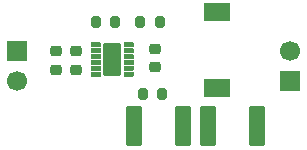
<source format=gbr>
%TF.GenerationSoftware,KiCad,Pcbnew,9.0.2*%
%TF.CreationDate,2025-09-11T23:54:02+05:30*%
%TF.ProjectId,DC_BUCK_CONVERTER,44435f42-5543-44b5-9f43-4f4e56455254,rev?*%
%TF.SameCoordinates,Original*%
%TF.FileFunction,Soldermask,Top*%
%TF.FilePolarity,Negative*%
%FSLAX46Y46*%
G04 Gerber Fmt 4.6, Leading zero omitted, Abs format (unit mm)*
G04 Created by KiCad (PCBNEW 9.0.2) date 2025-09-11 23:54:02*
%MOMM*%
%LPD*%
G01*
G04 APERTURE LIST*
G04 Aperture macros list*
%AMRoundRect*
0 Rectangle with rounded corners*
0 $1 Rounding radius*
0 $2 $3 $4 $5 $6 $7 $8 $9 X,Y pos of 4 corners*
0 Add a 4 corners polygon primitive as box body*
4,1,4,$2,$3,$4,$5,$6,$7,$8,$9,$2,$3,0*
0 Add four circle primitives for the rounded corners*
1,1,$1+$1,$2,$3*
1,1,$1+$1,$4,$5*
1,1,$1+$1,$6,$7*
1,1,$1+$1,$8,$9*
0 Add four rect primitives between the rounded corners*
20,1,$1+$1,$2,$3,$4,$5,0*
20,1,$1+$1,$4,$5,$6,$7,0*
20,1,$1+$1,$6,$7,$8,$9,0*
20,1,$1+$1,$8,$9,$2,$3,0*%
G04 Aperture macros list end*
%ADD10C,0.010000*%
%ADD11RoundRect,0.200000X-0.200000X-0.275000X0.200000X-0.275000X0.200000X0.275000X-0.200000X0.275000X0*%
%ADD12R,2.200000X1.500000*%
%ADD13RoundRect,0.249999X0.450001X1.450001X-0.450001X1.450001X-0.450001X-1.450001X0.450001X-1.450001X0*%
%ADD14R,1.700000X1.700000*%
%ADD15C,1.700000*%
%ADD16RoundRect,0.225000X-0.250000X0.225000X-0.250000X-0.225000X0.250000X-0.225000X0.250000X0.225000X0*%
%ADD17RoundRect,0.249999X-0.450001X-1.450001X0.450001X-1.450001X0.450001X1.450001X-0.450001X1.450001X0*%
G04 APERTURE END LIST*
D10*
%TO.C,U1*%
X156078000Y-80611000D02*
X156084000Y-80611000D01*
X156090000Y-80613000D01*
X156096000Y-80614000D01*
X156102000Y-80616000D01*
X156108000Y-80618000D01*
X156114000Y-80620000D01*
X156119000Y-80623000D01*
X156125000Y-80626000D01*
X156130000Y-80629000D01*
X156136000Y-80633000D01*
X156141000Y-80637000D01*
X156145000Y-80641000D01*
X156150000Y-80645000D01*
X156154000Y-80650000D01*
X156158000Y-80654000D01*
X156162000Y-80659000D01*
X156166000Y-80665000D01*
X156169000Y-80670000D01*
X156172000Y-80676000D01*
X156175000Y-80681000D01*
X156177000Y-80687000D01*
X156179000Y-80693000D01*
X156181000Y-80699000D01*
X156182000Y-80705000D01*
X156184000Y-80711000D01*
X156184000Y-80717000D01*
X156185000Y-80724000D01*
X156185000Y-80730000D01*
X156185000Y-80870000D01*
X156185000Y-80876000D01*
X156184000Y-80883000D01*
X156184000Y-80889000D01*
X156182000Y-80895000D01*
X156181000Y-80901000D01*
X156179000Y-80907000D01*
X156177000Y-80913000D01*
X156175000Y-80919000D01*
X156172000Y-80924000D01*
X156169000Y-80930000D01*
X156166000Y-80935000D01*
X156162000Y-80941000D01*
X156158000Y-80946000D01*
X156154000Y-80950000D01*
X156150000Y-80955000D01*
X156145000Y-80959000D01*
X156141000Y-80963000D01*
X156136000Y-80967000D01*
X156130000Y-80971000D01*
X156125000Y-80974000D01*
X156119000Y-80977000D01*
X156114000Y-80980000D01*
X156108000Y-80982000D01*
X156102000Y-80984000D01*
X156096000Y-80986000D01*
X156090000Y-80987000D01*
X156084000Y-80989000D01*
X156078000Y-80989000D01*
X156071000Y-80990000D01*
X156065000Y-80990000D01*
X155555000Y-80990000D01*
X155549000Y-80990000D01*
X155542000Y-80989000D01*
X155536000Y-80989000D01*
X155530000Y-80987000D01*
X155524000Y-80986000D01*
X155518000Y-80984000D01*
X155512000Y-80982000D01*
X155506000Y-80980000D01*
X155501000Y-80977000D01*
X155495000Y-80974000D01*
X155490000Y-80971000D01*
X155484000Y-80967000D01*
X155479000Y-80963000D01*
X155475000Y-80959000D01*
X155470000Y-80955000D01*
X155466000Y-80950000D01*
X155462000Y-80946000D01*
X155458000Y-80941000D01*
X155454000Y-80935000D01*
X155451000Y-80930000D01*
X155448000Y-80924000D01*
X155445000Y-80919000D01*
X155443000Y-80913000D01*
X155441000Y-80907000D01*
X155439000Y-80901000D01*
X155438000Y-80895000D01*
X155436000Y-80889000D01*
X155436000Y-80883000D01*
X155435000Y-80876000D01*
X155435000Y-80870000D01*
X155435000Y-80730000D01*
X155435000Y-80724000D01*
X155436000Y-80717000D01*
X155436000Y-80711000D01*
X155438000Y-80705000D01*
X155439000Y-80699000D01*
X155441000Y-80693000D01*
X155443000Y-80687000D01*
X155445000Y-80681000D01*
X155448000Y-80676000D01*
X155451000Y-80670000D01*
X155454000Y-80665000D01*
X155458000Y-80659000D01*
X155462000Y-80654000D01*
X155466000Y-80650000D01*
X155470000Y-80645000D01*
X155475000Y-80641000D01*
X155479000Y-80637000D01*
X155484000Y-80633000D01*
X155490000Y-80629000D01*
X155495000Y-80626000D01*
X155501000Y-80623000D01*
X155506000Y-80620000D01*
X155512000Y-80618000D01*
X155518000Y-80616000D01*
X155524000Y-80614000D01*
X155530000Y-80613000D01*
X155536000Y-80611000D01*
X155542000Y-80611000D01*
X155549000Y-80610000D01*
X155555000Y-80610000D01*
X156065000Y-80610000D01*
X156071000Y-80610000D01*
X156078000Y-80611000D01*
G36*
X156078000Y-80611000D02*
G01*
X156084000Y-80611000D01*
X156090000Y-80613000D01*
X156096000Y-80614000D01*
X156102000Y-80616000D01*
X156108000Y-80618000D01*
X156114000Y-80620000D01*
X156119000Y-80623000D01*
X156125000Y-80626000D01*
X156130000Y-80629000D01*
X156136000Y-80633000D01*
X156141000Y-80637000D01*
X156145000Y-80641000D01*
X156150000Y-80645000D01*
X156154000Y-80650000D01*
X156158000Y-80654000D01*
X156162000Y-80659000D01*
X156166000Y-80665000D01*
X156169000Y-80670000D01*
X156172000Y-80676000D01*
X156175000Y-80681000D01*
X156177000Y-80687000D01*
X156179000Y-80693000D01*
X156181000Y-80699000D01*
X156182000Y-80705000D01*
X156184000Y-80711000D01*
X156184000Y-80717000D01*
X156185000Y-80724000D01*
X156185000Y-80730000D01*
X156185000Y-80870000D01*
X156185000Y-80876000D01*
X156184000Y-80883000D01*
X156184000Y-80889000D01*
X156182000Y-80895000D01*
X156181000Y-80901000D01*
X156179000Y-80907000D01*
X156177000Y-80913000D01*
X156175000Y-80919000D01*
X156172000Y-80924000D01*
X156169000Y-80930000D01*
X156166000Y-80935000D01*
X156162000Y-80941000D01*
X156158000Y-80946000D01*
X156154000Y-80950000D01*
X156150000Y-80955000D01*
X156145000Y-80959000D01*
X156141000Y-80963000D01*
X156136000Y-80967000D01*
X156130000Y-80971000D01*
X156125000Y-80974000D01*
X156119000Y-80977000D01*
X156114000Y-80980000D01*
X156108000Y-80982000D01*
X156102000Y-80984000D01*
X156096000Y-80986000D01*
X156090000Y-80987000D01*
X156084000Y-80989000D01*
X156078000Y-80989000D01*
X156071000Y-80990000D01*
X156065000Y-80990000D01*
X155555000Y-80990000D01*
X155549000Y-80990000D01*
X155542000Y-80989000D01*
X155536000Y-80989000D01*
X155530000Y-80987000D01*
X155524000Y-80986000D01*
X155518000Y-80984000D01*
X155512000Y-80982000D01*
X155506000Y-80980000D01*
X155501000Y-80977000D01*
X155495000Y-80974000D01*
X155490000Y-80971000D01*
X155484000Y-80967000D01*
X155479000Y-80963000D01*
X155475000Y-80959000D01*
X155470000Y-80955000D01*
X155466000Y-80950000D01*
X155462000Y-80946000D01*
X155458000Y-80941000D01*
X155454000Y-80935000D01*
X155451000Y-80930000D01*
X155448000Y-80924000D01*
X155445000Y-80919000D01*
X155443000Y-80913000D01*
X155441000Y-80907000D01*
X155439000Y-80901000D01*
X155438000Y-80895000D01*
X155436000Y-80889000D01*
X155436000Y-80883000D01*
X155435000Y-80876000D01*
X155435000Y-80870000D01*
X155435000Y-80730000D01*
X155435000Y-80724000D01*
X155436000Y-80717000D01*
X155436000Y-80711000D01*
X155438000Y-80705000D01*
X155439000Y-80699000D01*
X155441000Y-80693000D01*
X155443000Y-80687000D01*
X155445000Y-80681000D01*
X155448000Y-80676000D01*
X155451000Y-80670000D01*
X155454000Y-80665000D01*
X155458000Y-80659000D01*
X155462000Y-80654000D01*
X155466000Y-80650000D01*
X155470000Y-80645000D01*
X155475000Y-80641000D01*
X155479000Y-80637000D01*
X155484000Y-80633000D01*
X155490000Y-80629000D01*
X155495000Y-80626000D01*
X155501000Y-80623000D01*
X155506000Y-80620000D01*
X155512000Y-80618000D01*
X155518000Y-80616000D01*
X155524000Y-80614000D01*
X155530000Y-80613000D01*
X155536000Y-80611000D01*
X155542000Y-80611000D01*
X155549000Y-80610000D01*
X155555000Y-80610000D01*
X156065000Y-80610000D01*
X156071000Y-80610000D01*
X156078000Y-80611000D01*
G37*
X156078000Y-81111000D02*
X156084000Y-81111000D01*
X156090000Y-81113000D01*
X156096000Y-81114000D01*
X156102000Y-81116000D01*
X156108000Y-81118000D01*
X156114000Y-81120000D01*
X156119000Y-81123000D01*
X156125000Y-81126000D01*
X156130000Y-81129000D01*
X156136000Y-81133000D01*
X156141000Y-81137000D01*
X156145000Y-81141000D01*
X156150000Y-81145000D01*
X156154000Y-81150000D01*
X156158000Y-81154000D01*
X156162000Y-81159000D01*
X156166000Y-81165000D01*
X156169000Y-81170000D01*
X156172000Y-81176000D01*
X156175000Y-81181000D01*
X156177000Y-81187000D01*
X156179000Y-81193000D01*
X156181000Y-81199000D01*
X156182000Y-81205000D01*
X156184000Y-81211000D01*
X156184000Y-81217000D01*
X156185000Y-81224000D01*
X156185000Y-81230000D01*
X156185000Y-81370000D01*
X156185000Y-81376000D01*
X156184000Y-81383000D01*
X156184000Y-81389000D01*
X156182000Y-81395000D01*
X156181000Y-81401000D01*
X156179000Y-81407000D01*
X156177000Y-81413000D01*
X156175000Y-81419000D01*
X156172000Y-81424000D01*
X156169000Y-81430000D01*
X156166000Y-81435000D01*
X156162000Y-81441000D01*
X156158000Y-81446000D01*
X156154000Y-81450000D01*
X156150000Y-81455000D01*
X156145000Y-81459000D01*
X156141000Y-81463000D01*
X156136000Y-81467000D01*
X156130000Y-81471000D01*
X156125000Y-81474000D01*
X156119000Y-81477000D01*
X156114000Y-81480000D01*
X156108000Y-81482000D01*
X156102000Y-81484000D01*
X156096000Y-81486000D01*
X156090000Y-81487000D01*
X156084000Y-81489000D01*
X156078000Y-81489000D01*
X156071000Y-81490000D01*
X156065000Y-81490000D01*
X155555000Y-81490000D01*
X155549000Y-81490000D01*
X155542000Y-81489000D01*
X155536000Y-81489000D01*
X155530000Y-81487000D01*
X155524000Y-81486000D01*
X155518000Y-81484000D01*
X155512000Y-81482000D01*
X155506000Y-81480000D01*
X155501000Y-81477000D01*
X155495000Y-81474000D01*
X155490000Y-81471000D01*
X155484000Y-81467000D01*
X155479000Y-81463000D01*
X155475000Y-81459000D01*
X155470000Y-81455000D01*
X155466000Y-81450000D01*
X155462000Y-81446000D01*
X155458000Y-81441000D01*
X155454000Y-81435000D01*
X155451000Y-81430000D01*
X155448000Y-81424000D01*
X155445000Y-81419000D01*
X155443000Y-81413000D01*
X155441000Y-81407000D01*
X155439000Y-81401000D01*
X155438000Y-81395000D01*
X155436000Y-81389000D01*
X155436000Y-81383000D01*
X155435000Y-81376000D01*
X155435000Y-81370000D01*
X155435000Y-81230000D01*
X155435000Y-81224000D01*
X155436000Y-81217000D01*
X155436000Y-81211000D01*
X155438000Y-81205000D01*
X155439000Y-81199000D01*
X155441000Y-81193000D01*
X155443000Y-81187000D01*
X155445000Y-81181000D01*
X155448000Y-81176000D01*
X155451000Y-81170000D01*
X155454000Y-81165000D01*
X155458000Y-81159000D01*
X155462000Y-81154000D01*
X155466000Y-81150000D01*
X155470000Y-81145000D01*
X155475000Y-81141000D01*
X155479000Y-81137000D01*
X155484000Y-81133000D01*
X155490000Y-81129000D01*
X155495000Y-81126000D01*
X155501000Y-81123000D01*
X155506000Y-81120000D01*
X155512000Y-81118000D01*
X155518000Y-81116000D01*
X155524000Y-81114000D01*
X155530000Y-81113000D01*
X155536000Y-81111000D01*
X155542000Y-81111000D01*
X155549000Y-81110000D01*
X155555000Y-81110000D01*
X156065000Y-81110000D01*
X156071000Y-81110000D01*
X156078000Y-81111000D01*
G36*
X156078000Y-81111000D02*
G01*
X156084000Y-81111000D01*
X156090000Y-81113000D01*
X156096000Y-81114000D01*
X156102000Y-81116000D01*
X156108000Y-81118000D01*
X156114000Y-81120000D01*
X156119000Y-81123000D01*
X156125000Y-81126000D01*
X156130000Y-81129000D01*
X156136000Y-81133000D01*
X156141000Y-81137000D01*
X156145000Y-81141000D01*
X156150000Y-81145000D01*
X156154000Y-81150000D01*
X156158000Y-81154000D01*
X156162000Y-81159000D01*
X156166000Y-81165000D01*
X156169000Y-81170000D01*
X156172000Y-81176000D01*
X156175000Y-81181000D01*
X156177000Y-81187000D01*
X156179000Y-81193000D01*
X156181000Y-81199000D01*
X156182000Y-81205000D01*
X156184000Y-81211000D01*
X156184000Y-81217000D01*
X156185000Y-81224000D01*
X156185000Y-81230000D01*
X156185000Y-81370000D01*
X156185000Y-81376000D01*
X156184000Y-81383000D01*
X156184000Y-81389000D01*
X156182000Y-81395000D01*
X156181000Y-81401000D01*
X156179000Y-81407000D01*
X156177000Y-81413000D01*
X156175000Y-81419000D01*
X156172000Y-81424000D01*
X156169000Y-81430000D01*
X156166000Y-81435000D01*
X156162000Y-81441000D01*
X156158000Y-81446000D01*
X156154000Y-81450000D01*
X156150000Y-81455000D01*
X156145000Y-81459000D01*
X156141000Y-81463000D01*
X156136000Y-81467000D01*
X156130000Y-81471000D01*
X156125000Y-81474000D01*
X156119000Y-81477000D01*
X156114000Y-81480000D01*
X156108000Y-81482000D01*
X156102000Y-81484000D01*
X156096000Y-81486000D01*
X156090000Y-81487000D01*
X156084000Y-81489000D01*
X156078000Y-81489000D01*
X156071000Y-81490000D01*
X156065000Y-81490000D01*
X155555000Y-81490000D01*
X155549000Y-81490000D01*
X155542000Y-81489000D01*
X155536000Y-81489000D01*
X155530000Y-81487000D01*
X155524000Y-81486000D01*
X155518000Y-81484000D01*
X155512000Y-81482000D01*
X155506000Y-81480000D01*
X155501000Y-81477000D01*
X155495000Y-81474000D01*
X155490000Y-81471000D01*
X155484000Y-81467000D01*
X155479000Y-81463000D01*
X155475000Y-81459000D01*
X155470000Y-81455000D01*
X155466000Y-81450000D01*
X155462000Y-81446000D01*
X155458000Y-81441000D01*
X155454000Y-81435000D01*
X155451000Y-81430000D01*
X155448000Y-81424000D01*
X155445000Y-81419000D01*
X155443000Y-81413000D01*
X155441000Y-81407000D01*
X155439000Y-81401000D01*
X155438000Y-81395000D01*
X155436000Y-81389000D01*
X155436000Y-81383000D01*
X155435000Y-81376000D01*
X155435000Y-81370000D01*
X155435000Y-81230000D01*
X155435000Y-81224000D01*
X155436000Y-81217000D01*
X155436000Y-81211000D01*
X155438000Y-81205000D01*
X155439000Y-81199000D01*
X155441000Y-81193000D01*
X155443000Y-81187000D01*
X155445000Y-81181000D01*
X155448000Y-81176000D01*
X155451000Y-81170000D01*
X155454000Y-81165000D01*
X155458000Y-81159000D01*
X155462000Y-81154000D01*
X155466000Y-81150000D01*
X155470000Y-81145000D01*
X155475000Y-81141000D01*
X155479000Y-81137000D01*
X155484000Y-81133000D01*
X155490000Y-81129000D01*
X155495000Y-81126000D01*
X155501000Y-81123000D01*
X155506000Y-81120000D01*
X155512000Y-81118000D01*
X155518000Y-81116000D01*
X155524000Y-81114000D01*
X155530000Y-81113000D01*
X155536000Y-81111000D01*
X155542000Y-81111000D01*
X155549000Y-81110000D01*
X155555000Y-81110000D01*
X156065000Y-81110000D01*
X156071000Y-81110000D01*
X156078000Y-81111000D01*
G37*
X156078000Y-82111000D02*
X156084000Y-82111000D01*
X156090000Y-82113000D01*
X156096000Y-82114000D01*
X156102000Y-82116000D01*
X156108000Y-82118000D01*
X156114000Y-82120000D01*
X156119000Y-82123000D01*
X156125000Y-82126000D01*
X156130000Y-82129000D01*
X156136000Y-82133000D01*
X156141000Y-82137000D01*
X156145000Y-82141000D01*
X156150000Y-82145000D01*
X156154000Y-82150000D01*
X156158000Y-82154000D01*
X156162000Y-82159000D01*
X156166000Y-82165000D01*
X156169000Y-82170000D01*
X156172000Y-82176000D01*
X156175000Y-82181000D01*
X156177000Y-82187000D01*
X156179000Y-82193000D01*
X156181000Y-82199000D01*
X156182000Y-82205000D01*
X156184000Y-82211000D01*
X156184000Y-82217000D01*
X156185000Y-82224000D01*
X156185000Y-82230000D01*
X156185000Y-82370000D01*
X156185000Y-82376000D01*
X156184000Y-82383000D01*
X156184000Y-82389000D01*
X156182000Y-82395000D01*
X156181000Y-82401000D01*
X156179000Y-82407000D01*
X156177000Y-82413000D01*
X156175000Y-82419000D01*
X156172000Y-82424000D01*
X156169000Y-82430000D01*
X156166000Y-82435000D01*
X156162000Y-82441000D01*
X156158000Y-82446000D01*
X156154000Y-82450000D01*
X156150000Y-82455000D01*
X156145000Y-82459000D01*
X156141000Y-82463000D01*
X156136000Y-82467000D01*
X156130000Y-82471000D01*
X156125000Y-82474000D01*
X156119000Y-82477000D01*
X156114000Y-82480000D01*
X156108000Y-82482000D01*
X156102000Y-82484000D01*
X156096000Y-82486000D01*
X156090000Y-82487000D01*
X156084000Y-82489000D01*
X156078000Y-82489000D01*
X156071000Y-82490000D01*
X156065000Y-82490000D01*
X155555000Y-82490000D01*
X155549000Y-82490000D01*
X155542000Y-82489000D01*
X155536000Y-82489000D01*
X155530000Y-82487000D01*
X155524000Y-82486000D01*
X155518000Y-82484000D01*
X155512000Y-82482000D01*
X155506000Y-82480000D01*
X155501000Y-82477000D01*
X155495000Y-82474000D01*
X155490000Y-82471000D01*
X155484000Y-82467000D01*
X155479000Y-82463000D01*
X155475000Y-82459000D01*
X155470000Y-82455000D01*
X155466000Y-82450000D01*
X155462000Y-82446000D01*
X155458000Y-82441000D01*
X155454000Y-82435000D01*
X155451000Y-82430000D01*
X155448000Y-82424000D01*
X155445000Y-82419000D01*
X155443000Y-82413000D01*
X155441000Y-82407000D01*
X155439000Y-82401000D01*
X155438000Y-82395000D01*
X155436000Y-82389000D01*
X155436000Y-82383000D01*
X155435000Y-82376000D01*
X155435000Y-82370000D01*
X155435000Y-82230000D01*
X155435000Y-82224000D01*
X155436000Y-82217000D01*
X155436000Y-82211000D01*
X155438000Y-82205000D01*
X155439000Y-82199000D01*
X155441000Y-82193000D01*
X155443000Y-82187000D01*
X155445000Y-82181000D01*
X155448000Y-82176000D01*
X155451000Y-82170000D01*
X155454000Y-82165000D01*
X155458000Y-82159000D01*
X155462000Y-82154000D01*
X155466000Y-82150000D01*
X155470000Y-82145000D01*
X155475000Y-82141000D01*
X155479000Y-82137000D01*
X155484000Y-82133000D01*
X155490000Y-82129000D01*
X155495000Y-82126000D01*
X155501000Y-82123000D01*
X155506000Y-82120000D01*
X155512000Y-82118000D01*
X155518000Y-82116000D01*
X155524000Y-82114000D01*
X155530000Y-82113000D01*
X155536000Y-82111000D01*
X155542000Y-82111000D01*
X155549000Y-82110000D01*
X155555000Y-82110000D01*
X156065000Y-82110000D01*
X156071000Y-82110000D01*
X156078000Y-82111000D01*
G36*
X156078000Y-82111000D02*
G01*
X156084000Y-82111000D01*
X156090000Y-82113000D01*
X156096000Y-82114000D01*
X156102000Y-82116000D01*
X156108000Y-82118000D01*
X156114000Y-82120000D01*
X156119000Y-82123000D01*
X156125000Y-82126000D01*
X156130000Y-82129000D01*
X156136000Y-82133000D01*
X156141000Y-82137000D01*
X156145000Y-82141000D01*
X156150000Y-82145000D01*
X156154000Y-82150000D01*
X156158000Y-82154000D01*
X156162000Y-82159000D01*
X156166000Y-82165000D01*
X156169000Y-82170000D01*
X156172000Y-82176000D01*
X156175000Y-82181000D01*
X156177000Y-82187000D01*
X156179000Y-82193000D01*
X156181000Y-82199000D01*
X156182000Y-82205000D01*
X156184000Y-82211000D01*
X156184000Y-82217000D01*
X156185000Y-82224000D01*
X156185000Y-82230000D01*
X156185000Y-82370000D01*
X156185000Y-82376000D01*
X156184000Y-82383000D01*
X156184000Y-82389000D01*
X156182000Y-82395000D01*
X156181000Y-82401000D01*
X156179000Y-82407000D01*
X156177000Y-82413000D01*
X156175000Y-82419000D01*
X156172000Y-82424000D01*
X156169000Y-82430000D01*
X156166000Y-82435000D01*
X156162000Y-82441000D01*
X156158000Y-82446000D01*
X156154000Y-82450000D01*
X156150000Y-82455000D01*
X156145000Y-82459000D01*
X156141000Y-82463000D01*
X156136000Y-82467000D01*
X156130000Y-82471000D01*
X156125000Y-82474000D01*
X156119000Y-82477000D01*
X156114000Y-82480000D01*
X156108000Y-82482000D01*
X156102000Y-82484000D01*
X156096000Y-82486000D01*
X156090000Y-82487000D01*
X156084000Y-82489000D01*
X156078000Y-82489000D01*
X156071000Y-82490000D01*
X156065000Y-82490000D01*
X155555000Y-82490000D01*
X155549000Y-82490000D01*
X155542000Y-82489000D01*
X155536000Y-82489000D01*
X155530000Y-82487000D01*
X155524000Y-82486000D01*
X155518000Y-82484000D01*
X155512000Y-82482000D01*
X155506000Y-82480000D01*
X155501000Y-82477000D01*
X155495000Y-82474000D01*
X155490000Y-82471000D01*
X155484000Y-82467000D01*
X155479000Y-82463000D01*
X155475000Y-82459000D01*
X155470000Y-82455000D01*
X155466000Y-82450000D01*
X155462000Y-82446000D01*
X155458000Y-82441000D01*
X155454000Y-82435000D01*
X155451000Y-82430000D01*
X155448000Y-82424000D01*
X155445000Y-82419000D01*
X155443000Y-82413000D01*
X155441000Y-82407000D01*
X155439000Y-82401000D01*
X155438000Y-82395000D01*
X155436000Y-82389000D01*
X155436000Y-82383000D01*
X155435000Y-82376000D01*
X155435000Y-82370000D01*
X155435000Y-82230000D01*
X155435000Y-82224000D01*
X155436000Y-82217000D01*
X155436000Y-82211000D01*
X155438000Y-82205000D01*
X155439000Y-82199000D01*
X155441000Y-82193000D01*
X155443000Y-82187000D01*
X155445000Y-82181000D01*
X155448000Y-82176000D01*
X155451000Y-82170000D01*
X155454000Y-82165000D01*
X155458000Y-82159000D01*
X155462000Y-82154000D01*
X155466000Y-82150000D01*
X155470000Y-82145000D01*
X155475000Y-82141000D01*
X155479000Y-82137000D01*
X155484000Y-82133000D01*
X155490000Y-82129000D01*
X155495000Y-82126000D01*
X155501000Y-82123000D01*
X155506000Y-82120000D01*
X155512000Y-82118000D01*
X155518000Y-82116000D01*
X155524000Y-82114000D01*
X155530000Y-82113000D01*
X155536000Y-82111000D01*
X155542000Y-82111000D01*
X155549000Y-82110000D01*
X155555000Y-82110000D01*
X156065000Y-82110000D01*
X156071000Y-82110000D01*
X156078000Y-82111000D01*
G37*
X156078000Y-82611000D02*
X156084000Y-82611000D01*
X156090000Y-82613000D01*
X156096000Y-82614000D01*
X156102000Y-82616000D01*
X156108000Y-82618000D01*
X156114000Y-82620000D01*
X156119000Y-82623000D01*
X156125000Y-82626000D01*
X156130000Y-82629000D01*
X156136000Y-82633000D01*
X156141000Y-82637000D01*
X156145000Y-82641000D01*
X156150000Y-82645000D01*
X156154000Y-82650000D01*
X156158000Y-82654000D01*
X156162000Y-82659000D01*
X156166000Y-82665000D01*
X156169000Y-82670000D01*
X156172000Y-82676000D01*
X156175000Y-82681000D01*
X156177000Y-82687000D01*
X156179000Y-82693000D01*
X156181000Y-82699000D01*
X156182000Y-82705000D01*
X156184000Y-82711000D01*
X156184000Y-82717000D01*
X156185000Y-82724000D01*
X156185000Y-82730000D01*
X156185000Y-82870000D01*
X156185000Y-82876000D01*
X156184000Y-82883000D01*
X156184000Y-82889000D01*
X156182000Y-82895000D01*
X156181000Y-82901000D01*
X156179000Y-82907000D01*
X156177000Y-82913000D01*
X156175000Y-82919000D01*
X156172000Y-82924000D01*
X156169000Y-82930000D01*
X156166000Y-82935000D01*
X156162000Y-82941000D01*
X156158000Y-82946000D01*
X156154000Y-82950000D01*
X156150000Y-82955000D01*
X156145000Y-82959000D01*
X156141000Y-82963000D01*
X156136000Y-82967000D01*
X156130000Y-82971000D01*
X156125000Y-82974000D01*
X156119000Y-82977000D01*
X156114000Y-82980000D01*
X156108000Y-82982000D01*
X156102000Y-82984000D01*
X156096000Y-82986000D01*
X156090000Y-82987000D01*
X156084000Y-82989000D01*
X156078000Y-82989000D01*
X156071000Y-82990000D01*
X156065000Y-82990000D01*
X155555000Y-82990000D01*
X155549000Y-82990000D01*
X155542000Y-82989000D01*
X155536000Y-82989000D01*
X155530000Y-82987000D01*
X155524000Y-82986000D01*
X155518000Y-82984000D01*
X155512000Y-82982000D01*
X155506000Y-82980000D01*
X155501000Y-82977000D01*
X155495000Y-82974000D01*
X155490000Y-82971000D01*
X155484000Y-82967000D01*
X155479000Y-82963000D01*
X155475000Y-82959000D01*
X155470000Y-82955000D01*
X155466000Y-82950000D01*
X155462000Y-82946000D01*
X155458000Y-82941000D01*
X155454000Y-82935000D01*
X155451000Y-82930000D01*
X155448000Y-82924000D01*
X155445000Y-82919000D01*
X155443000Y-82913000D01*
X155441000Y-82907000D01*
X155439000Y-82901000D01*
X155438000Y-82895000D01*
X155436000Y-82889000D01*
X155436000Y-82883000D01*
X155435000Y-82876000D01*
X155435000Y-82870000D01*
X155435000Y-82730000D01*
X155435000Y-82724000D01*
X155436000Y-82717000D01*
X155436000Y-82711000D01*
X155438000Y-82705000D01*
X155439000Y-82699000D01*
X155441000Y-82693000D01*
X155443000Y-82687000D01*
X155445000Y-82681000D01*
X155448000Y-82676000D01*
X155451000Y-82670000D01*
X155454000Y-82665000D01*
X155458000Y-82659000D01*
X155462000Y-82654000D01*
X155466000Y-82650000D01*
X155470000Y-82645000D01*
X155475000Y-82641000D01*
X155479000Y-82637000D01*
X155484000Y-82633000D01*
X155490000Y-82629000D01*
X155495000Y-82626000D01*
X155501000Y-82623000D01*
X155506000Y-82620000D01*
X155512000Y-82618000D01*
X155518000Y-82616000D01*
X155524000Y-82614000D01*
X155530000Y-82613000D01*
X155536000Y-82611000D01*
X155542000Y-82611000D01*
X155549000Y-82610000D01*
X155555000Y-82610000D01*
X156065000Y-82610000D01*
X156071000Y-82610000D01*
X156078000Y-82611000D01*
G36*
X156078000Y-82611000D02*
G01*
X156084000Y-82611000D01*
X156090000Y-82613000D01*
X156096000Y-82614000D01*
X156102000Y-82616000D01*
X156108000Y-82618000D01*
X156114000Y-82620000D01*
X156119000Y-82623000D01*
X156125000Y-82626000D01*
X156130000Y-82629000D01*
X156136000Y-82633000D01*
X156141000Y-82637000D01*
X156145000Y-82641000D01*
X156150000Y-82645000D01*
X156154000Y-82650000D01*
X156158000Y-82654000D01*
X156162000Y-82659000D01*
X156166000Y-82665000D01*
X156169000Y-82670000D01*
X156172000Y-82676000D01*
X156175000Y-82681000D01*
X156177000Y-82687000D01*
X156179000Y-82693000D01*
X156181000Y-82699000D01*
X156182000Y-82705000D01*
X156184000Y-82711000D01*
X156184000Y-82717000D01*
X156185000Y-82724000D01*
X156185000Y-82730000D01*
X156185000Y-82870000D01*
X156185000Y-82876000D01*
X156184000Y-82883000D01*
X156184000Y-82889000D01*
X156182000Y-82895000D01*
X156181000Y-82901000D01*
X156179000Y-82907000D01*
X156177000Y-82913000D01*
X156175000Y-82919000D01*
X156172000Y-82924000D01*
X156169000Y-82930000D01*
X156166000Y-82935000D01*
X156162000Y-82941000D01*
X156158000Y-82946000D01*
X156154000Y-82950000D01*
X156150000Y-82955000D01*
X156145000Y-82959000D01*
X156141000Y-82963000D01*
X156136000Y-82967000D01*
X156130000Y-82971000D01*
X156125000Y-82974000D01*
X156119000Y-82977000D01*
X156114000Y-82980000D01*
X156108000Y-82982000D01*
X156102000Y-82984000D01*
X156096000Y-82986000D01*
X156090000Y-82987000D01*
X156084000Y-82989000D01*
X156078000Y-82989000D01*
X156071000Y-82990000D01*
X156065000Y-82990000D01*
X155555000Y-82990000D01*
X155549000Y-82990000D01*
X155542000Y-82989000D01*
X155536000Y-82989000D01*
X155530000Y-82987000D01*
X155524000Y-82986000D01*
X155518000Y-82984000D01*
X155512000Y-82982000D01*
X155506000Y-82980000D01*
X155501000Y-82977000D01*
X155495000Y-82974000D01*
X155490000Y-82971000D01*
X155484000Y-82967000D01*
X155479000Y-82963000D01*
X155475000Y-82959000D01*
X155470000Y-82955000D01*
X155466000Y-82950000D01*
X155462000Y-82946000D01*
X155458000Y-82941000D01*
X155454000Y-82935000D01*
X155451000Y-82930000D01*
X155448000Y-82924000D01*
X155445000Y-82919000D01*
X155443000Y-82913000D01*
X155441000Y-82907000D01*
X155439000Y-82901000D01*
X155438000Y-82895000D01*
X155436000Y-82889000D01*
X155436000Y-82883000D01*
X155435000Y-82876000D01*
X155435000Y-82870000D01*
X155435000Y-82730000D01*
X155435000Y-82724000D01*
X155436000Y-82717000D01*
X155436000Y-82711000D01*
X155438000Y-82705000D01*
X155439000Y-82699000D01*
X155441000Y-82693000D01*
X155443000Y-82687000D01*
X155445000Y-82681000D01*
X155448000Y-82676000D01*
X155451000Y-82670000D01*
X155454000Y-82665000D01*
X155458000Y-82659000D01*
X155462000Y-82654000D01*
X155466000Y-82650000D01*
X155470000Y-82645000D01*
X155475000Y-82641000D01*
X155479000Y-82637000D01*
X155484000Y-82633000D01*
X155490000Y-82629000D01*
X155495000Y-82626000D01*
X155501000Y-82623000D01*
X155506000Y-82620000D01*
X155512000Y-82618000D01*
X155518000Y-82616000D01*
X155524000Y-82614000D01*
X155530000Y-82613000D01*
X155536000Y-82611000D01*
X155542000Y-82611000D01*
X155549000Y-82610000D01*
X155555000Y-82610000D01*
X156065000Y-82610000D01*
X156071000Y-82610000D01*
X156078000Y-82611000D01*
G37*
X156078000Y-81611000D02*
X156084000Y-81611000D01*
X156090000Y-81613000D01*
X156096000Y-81614000D01*
X156102000Y-81616000D01*
X156108000Y-81618000D01*
X156114000Y-81620000D01*
X156119000Y-81623000D01*
X156125000Y-81626000D01*
X156130000Y-81629000D01*
X156136000Y-81633000D01*
X156141000Y-81637000D01*
X156145000Y-81641000D01*
X156150000Y-81645000D01*
X156154000Y-81650000D01*
X156158000Y-81654000D01*
X156162000Y-81659000D01*
X156166000Y-81665000D01*
X156169000Y-81670000D01*
X156172000Y-81676000D01*
X156175000Y-81681000D01*
X156177000Y-81687000D01*
X156179000Y-81693000D01*
X156181000Y-81699000D01*
X156182000Y-81705000D01*
X156184000Y-81711000D01*
X156184000Y-81717000D01*
X156185000Y-81724000D01*
X156185000Y-81730000D01*
X156185000Y-81870000D01*
X156185000Y-81876000D01*
X156184000Y-81883000D01*
X156184000Y-81889000D01*
X156182000Y-81895000D01*
X156181000Y-81901000D01*
X156179000Y-81907000D01*
X156177000Y-81913000D01*
X156175000Y-81919000D01*
X156172000Y-81924000D01*
X156169000Y-81930000D01*
X156166000Y-81935000D01*
X156162000Y-81941000D01*
X156158000Y-81946000D01*
X156154000Y-81950000D01*
X156150000Y-81955000D01*
X156145000Y-81959000D01*
X156141000Y-81963000D01*
X156136000Y-81967000D01*
X156130000Y-81971000D01*
X156125000Y-81974000D01*
X156119000Y-81977000D01*
X156114000Y-81980000D01*
X156108000Y-81982000D01*
X156102000Y-81984000D01*
X156096000Y-81986000D01*
X156090000Y-81987000D01*
X156084000Y-81989000D01*
X156078000Y-81989000D01*
X156071000Y-81990000D01*
X156065000Y-81990000D01*
X155555000Y-81990000D01*
X155549000Y-81990000D01*
X155542000Y-81989000D01*
X155536000Y-81989000D01*
X155530000Y-81987000D01*
X155524000Y-81986000D01*
X155518000Y-81984000D01*
X155512000Y-81982000D01*
X155506000Y-81980000D01*
X155501000Y-81977000D01*
X155495000Y-81974000D01*
X155490000Y-81971000D01*
X155484000Y-81967000D01*
X155479000Y-81963000D01*
X155475000Y-81959000D01*
X155470000Y-81955000D01*
X155466000Y-81950000D01*
X155462000Y-81946000D01*
X155458000Y-81941000D01*
X155454000Y-81935000D01*
X155451000Y-81930000D01*
X155448000Y-81924000D01*
X155445000Y-81919000D01*
X155443000Y-81913000D01*
X155441000Y-81907000D01*
X155439000Y-81901000D01*
X155438000Y-81895000D01*
X155436000Y-81889000D01*
X155436000Y-81883000D01*
X155435000Y-81876000D01*
X155435000Y-81870000D01*
X155435000Y-81730000D01*
X155435000Y-81724000D01*
X155436000Y-81717000D01*
X155436000Y-81711000D01*
X155438000Y-81705000D01*
X155439000Y-81699000D01*
X155441000Y-81693000D01*
X155443000Y-81687000D01*
X155445000Y-81681000D01*
X155448000Y-81676000D01*
X155451000Y-81670000D01*
X155454000Y-81665000D01*
X155458000Y-81659000D01*
X155462000Y-81654000D01*
X155466000Y-81650000D01*
X155470000Y-81645000D01*
X155475000Y-81641000D01*
X155479000Y-81637000D01*
X155484000Y-81633000D01*
X155490000Y-81629000D01*
X155495000Y-81626000D01*
X155501000Y-81623000D01*
X155506000Y-81620000D01*
X155512000Y-81618000D01*
X155518000Y-81616000D01*
X155524000Y-81614000D01*
X155530000Y-81613000D01*
X155536000Y-81611000D01*
X155542000Y-81611000D01*
X155549000Y-81610000D01*
X155555000Y-81610000D01*
X156065000Y-81610000D01*
X156071000Y-81610000D01*
X156078000Y-81611000D01*
G36*
X156078000Y-81611000D02*
G01*
X156084000Y-81611000D01*
X156090000Y-81613000D01*
X156096000Y-81614000D01*
X156102000Y-81616000D01*
X156108000Y-81618000D01*
X156114000Y-81620000D01*
X156119000Y-81623000D01*
X156125000Y-81626000D01*
X156130000Y-81629000D01*
X156136000Y-81633000D01*
X156141000Y-81637000D01*
X156145000Y-81641000D01*
X156150000Y-81645000D01*
X156154000Y-81650000D01*
X156158000Y-81654000D01*
X156162000Y-81659000D01*
X156166000Y-81665000D01*
X156169000Y-81670000D01*
X156172000Y-81676000D01*
X156175000Y-81681000D01*
X156177000Y-81687000D01*
X156179000Y-81693000D01*
X156181000Y-81699000D01*
X156182000Y-81705000D01*
X156184000Y-81711000D01*
X156184000Y-81717000D01*
X156185000Y-81724000D01*
X156185000Y-81730000D01*
X156185000Y-81870000D01*
X156185000Y-81876000D01*
X156184000Y-81883000D01*
X156184000Y-81889000D01*
X156182000Y-81895000D01*
X156181000Y-81901000D01*
X156179000Y-81907000D01*
X156177000Y-81913000D01*
X156175000Y-81919000D01*
X156172000Y-81924000D01*
X156169000Y-81930000D01*
X156166000Y-81935000D01*
X156162000Y-81941000D01*
X156158000Y-81946000D01*
X156154000Y-81950000D01*
X156150000Y-81955000D01*
X156145000Y-81959000D01*
X156141000Y-81963000D01*
X156136000Y-81967000D01*
X156130000Y-81971000D01*
X156125000Y-81974000D01*
X156119000Y-81977000D01*
X156114000Y-81980000D01*
X156108000Y-81982000D01*
X156102000Y-81984000D01*
X156096000Y-81986000D01*
X156090000Y-81987000D01*
X156084000Y-81989000D01*
X156078000Y-81989000D01*
X156071000Y-81990000D01*
X156065000Y-81990000D01*
X155555000Y-81990000D01*
X155549000Y-81990000D01*
X155542000Y-81989000D01*
X155536000Y-81989000D01*
X155530000Y-81987000D01*
X155524000Y-81986000D01*
X155518000Y-81984000D01*
X155512000Y-81982000D01*
X155506000Y-81980000D01*
X155501000Y-81977000D01*
X155495000Y-81974000D01*
X155490000Y-81971000D01*
X155484000Y-81967000D01*
X155479000Y-81963000D01*
X155475000Y-81959000D01*
X155470000Y-81955000D01*
X155466000Y-81950000D01*
X155462000Y-81946000D01*
X155458000Y-81941000D01*
X155454000Y-81935000D01*
X155451000Y-81930000D01*
X155448000Y-81924000D01*
X155445000Y-81919000D01*
X155443000Y-81913000D01*
X155441000Y-81907000D01*
X155439000Y-81901000D01*
X155438000Y-81895000D01*
X155436000Y-81889000D01*
X155436000Y-81883000D01*
X155435000Y-81876000D01*
X155435000Y-81870000D01*
X155435000Y-81730000D01*
X155435000Y-81724000D01*
X155436000Y-81717000D01*
X155436000Y-81711000D01*
X155438000Y-81705000D01*
X155439000Y-81699000D01*
X155441000Y-81693000D01*
X155443000Y-81687000D01*
X155445000Y-81681000D01*
X155448000Y-81676000D01*
X155451000Y-81670000D01*
X155454000Y-81665000D01*
X155458000Y-81659000D01*
X155462000Y-81654000D01*
X155466000Y-81650000D01*
X155470000Y-81645000D01*
X155475000Y-81641000D01*
X155479000Y-81637000D01*
X155484000Y-81633000D01*
X155490000Y-81629000D01*
X155495000Y-81626000D01*
X155501000Y-81623000D01*
X155506000Y-81620000D01*
X155512000Y-81618000D01*
X155518000Y-81616000D01*
X155524000Y-81614000D01*
X155530000Y-81613000D01*
X155536000Y-81611000D01*
X155542000Y-81611000D01*
X155549000Y-81610000D01*
X155555000Y-81610000D01*
X156065000Y-81610000D01*
X156071000Y-81610000D01*
X156078000Y-81611000D01*
G37*
X156078000Y-83111000D02*
X156084000Y-83111000D01*
X156090000Y-83113000D01*
X156096000Y-83114000D01*
X156102000Y-83116000D01*
X156108000Y-83118000D01*
X156114000Y-83120000D01*
X156119000Y-83123000D01*
X156125000Y-83126000D01*
X156130000Y-83129000D01*
X156136000Y-83133000D01*
X156141000Y-83137000D01*
X156145000Y-83141000D01*
X156150000Y-83145000D01*
X156154000Y-83150000D01*
X156158000Y-83154000D01*
X156162000Y-83159000D01*
X156166000Y-83165000D01*
X156169000Y-83170000D01*
X156172000Y-83176000D01*
X156175000Y-83181000D01*
X156177000Y-83187000D01*
X156179000Y-83193000D01*
X156181000Y-83199000D01*
X156182000Y-83205000D01*
X156184000Y-83211000D01*
X156184000Y-83217000D01*
X156185000Y-83224000D01*
X156185000Y-83230000D01*
X156185000Y-83370000D01*
X156185000Y-83376000D01*
X156184000Y-83383000D01*
X156184000Y-83389000D01*
X156182000Y-83395000D01*
X156181000Y-83401000D01*
X156179000Y-83407000D01*
X156177000Y-83413000D01*
X156175000Y-83419000D01*
X156172000Y-83424000D01*
X156169000Y-83430000D01*
X156166000Y-83435000D01*
X156162000Y-83441000D01*
X156158000Y-83446000D01*
X156154000Y-83450000D01*
X156150000Y-83455000D01*
X156145000Y-83459000D01*
X156141000Y-83463000D01*
X156136000Y-83467000D01*
X156130000Y-83471000D01*
X156125000Y-83474000D01*
X156119000Y-83477000D01*
X156114000Y-83480000D01*
X156108000Y-83482000D01*
X156102000Y-83484000D01*
X156096000Y-83486000D01*
X156090000Y-83487000D01*
X156084000Y-83489000D01*
X156078000Y-83489000D01*
X156071000Y-83490000D01*
X156065000Y-83490000D01*
X155555000Y-83490000D01*
X155549000Y-83490000D01*
X155542000Y-83489000D01*
X155536000Y-83489000D01*
X155530000Y-83487000D01*
X155524000Y-83486000D01*
X155518000Y-83484000D01*
X155512000Y-83482000D01*
X155506000Y-83480000D01*
X155501000Y-83477000D01*
X155495000Y-83474000D01*
X155490000Y-83471000D01*
X155484000Y-83467000D01*
X155479000Y-83463000D01*
X155475000Y-83459000D01*
X155470000Y-83455000D01*
X155466000Y-83450000D01*
X155462000Y-83446000D01*
X155458000Y-83441000D01*
X155454000Y-83435000D01*
X155451000Y-83430000D01*
X155448000Y-83424000D01*
X155445000Y-83419000D01*
X155443000Y-83413000D01*
X155441000Y-83407000D01*
X155439000Y-83401000D01*
X155438000Y-83395000D01*
X155436000Y-83389000D01*
X155436000Y-83383000D01*
X155435000Y-83376000D01*
X155435000Y-83370000D01*
X155435000Y-83230000D01*
X155435000Y-83224000D01*
X155436000Y-83217000D01*
X155436000Y-83211000D01*
X155438000Y-83205000D01*
X155439000Y-83199000D01*
X155441000Y-83193000D01*
X155443000Y-83187000D01*
X155445000Y-83181000D01*
X155448000Y-83176000D01*
X155451000Y-83170000D01*
X155454000Y-83165000D01*
X155458000Y-83159000D01*
X155462000Y-83154000D01*
X155466000Y-83150000D01*
X155470000Y-83145000D01*
X155475000Y-83141000D01*
X155479000Y-83137000D01*
X155484000Y-83133000D01*
X155490000Y-83129000D01*
X155495000Y-83126000D01*
X155501000Y-83123000D01*
X155506000Y-83120000D01*
X155512000Y-83118000D01*
X155518000Y-83116000D01*
X155524000Y-83114000D01*
X155530000Y-83113000D01*
X155536000Y-83111000D01*
X155542000Y-83111000D01*
X155549000Y-83110000D01*
X155555000Y-83110000D01*
X156065000Y-83110000D01*
X156071000Y-83110000D01*
X156078000Y-83111000D01*
G36*
X156078000Y-83111000D02*
G01*
X156084000Y-83111000D01*
X156090000Y-83113000D01*
X156096000Y-83114000D01*
X156102000Y-83116000D01*
X156108000Y-83118000D01*
X156114000Y-83120000D01*
X156119000Y-83123000D01*
X156125000Y-83126000D01*
X156130000Y-83129000D01*
X156136000Y-83133000D01*
X156141000Y-83137000D01*
X156145000Y-83141000D01*
X156150000Y-83145000D01*
X156154000Y-83150000D01*
X156158000Y-83154000D01*
X156162000Y-83159000D01*
X156166000Y-83165000D01*
X156169000Y-83170000D01*
X156172000Y-83176000D01*
X156175000Y-83181000D01*
X156177000Y-83187000D01*
X156179000Y-83193000D01*
X156181000Y-83199000D01*
X156182000Y-83205000D01*
X156184000Y-83211000D01*
X156184000Y-83217000D01*
X156185000Y-83224000D01*
X156185000Y-83230000D01*
X156185000Y-83370000D01*
X156185000Y-83376000D01*
X156184000Y-83383000D01*
X156184000Y-83389000D01*
X156182000Y-83395000D01*
X156181000Y-83401000D01*
X156179000Y-83407000D01*
X156177000Y-83413000D01*
X156175000Y-83419000D01*
X156172000Y-83424000D01*
X156169000Y-83430000D01*
X156166000Y-83435000D01*
X156162000Y-83441000D01*
X156158000Y-83446000D01*
X156154000Y-83450000D01*
X156150000Y-83455000D01*
X156145000Y-83459000D01*
X156141000Y-83463000D01*
X156136000Y-83467000D01*
X156130000Y-83471000D01*
X156125000Y-83474000D01*
X156119000Y-83477000D01*
X156114000Y-83480000D01*
X156108000Y-83482000D01*
X156102000Y-83484000D01*
X156096000Y-83486000D01*
X156090000Y-83487000D01*
X156084000Y-83489000D01*
X156078000Y-83489000D01*
X156071000Y-83490000D01*
X156065000Y-83490000D01*
X155555000Y-83490000D01*
X155549000Y-83490000D01*
X155542000Y-83489000D01*
X155536000Y-83489000D01*
X155530000Y-83487000D01*
X155524000Y-83486000D01*
X155518000Y-83484000D01*
X155512000Y-83482000D01*
X155506000Y-83480000D01*
X155501000Y-83477000D01*
X155495000Y-83474000D01*
X155490000Y-83471000D01*
X155484000Y-83467000D01*
X155479000Y-83463000D01*
X155475000Y-83459000D01*
X155470000Y-83455000D01*
X155466000Y-83450000D01*
X155462000Y-83446000D01*
X155458000Y-83441000D01*
X155454000Y-83435000D01*
X155451000Y-83430000D01*
X155448000Y-83424000D01*
X155445000Y-83419000D01*
X155443000Y-83413000D01*
X155441000Y-83407000D01*
X155439000Y-83401000D01*
X155438000Y-83395000D01*
X155436000Y-83389000D01*
X155436000Y-83383000D01*
X155435000Y-83376000D01*
X155435000Y-83370000D01*
X155435000Y-83230000D01*
X155435000Y-83224000D01*
X155436000Y-83217000D01*
X155436000Y-83211000D01*
X155438000Y-83205000D01*
X155439000Y-83199000D01*
X155441000Y-83193000D01*
X155443000Y-83187000D01*
X155445000Y-83181000D01*
X155448000Y-83176000D01*
X155451000Y-83170000D01*
X155454000Y-83165000D01*
X155458000Y-83159000D01*
X155462000Y-83154000D01*
X155466000Y-83150000D01*
X155470000Y-83145000D01*
X155475000Y-83141000D01*
X155479000Y-83137000D01*
X155484000Y-83133000D01*
X155490000Y-83129000D01*
X155495000Y-83126000D01*
X155501000Y-83123000D01*
X155506000Y-83120000D01*
X155512000Y-83118000D01*
X155518000Y-83116000D01*
X155524000Y-83114000D01*
X155530000Y-83113000D01*
X155536000Y-83111000D01*
X155542000Y-83111000D01*
X155549000Y-83110000D01*
X155555000Y-83110000D01*
X156065000Y-83110000D01*
X156071000Y-83110000D01*
X156078000Y-83111000D01*
G37*
X157813000Y-80731000D02*
X157819000Y-80731000D01*
X157825000Y-80733000D01*
X157831000Y-80734000D01*
X157837000Y-80736000D01*
X157843000Y-80738000D01*
X157849000Y-80740000D01*
X157854000Y-80743000D01*
X157860000Y-80746000D01*
X157865000Y-80749000D01*
X157871000Y-80753000D01*
X157876000Y-80757000D01*
X157880000Y-80761000D01*
X157885000Y-80765000D01*
X157889000Y-80770000D01*
X157893000Y-80774000D01*
X157897000Y-80779000D01*
X157901000Y-80785000D01*
X157904000Y-80790000D01*
X157907000Y-80796000D01*
X157910000Y-80801000D01*
X157912000Y-80807000D01*
X157914000Y-80813000D01*
X157916000Y-80819000D01*
X157917000Y-80825000D01*
X157919000Y-80831000D01*
X157919000Y-80837000D01*
X157920000Y-80844000D01*
X157920000Y-80850000D01*
X157920000Y-83250000D01*
X157920000Y-83256000D01*
X157919000Y-83263000D01*
X157919000Y-83269000D01*
X157917000Y-83275000D01*
X157916000Y-83281000D01*
X157914000Y-83287000D01*
X157912000Y-83293000D01*
X157910000Y-83299000D01*
X157907000Y-83304000D01*
X157904000Y-83310000D01*
X157901000Y-83315000D01*
X157897000Y-83321000D01*
X157893000Y-83326000D01*
X157889000Y-83330000D01*
X157885000Y-83335000D01*
X157880000Y-83339000D01*
X157876000Y-83343000D01*
X157871000Y-83347000D01*
X157865000Y-83351000D01*
X157860000Y-83354000D01*
X157854000Y-83357000D01*
X157849000Y-83360000D01*
X157843000Y-83362000D01*
X157837000Y-83364000D01*
X157831000Y-83366000D01*
X157825000Y-83367000D01*
X157819000Y-83369000D01*
X157813000Y-83369000D01*
X157806000Y-83370000D01*
X157800000Y-83370000D01*
X156600000Y-83370000D01*
X156594000Y-83370000D01*
X156587000Y-83369000D01*
X156581000Y-83369000D01*
X156575000Y-83367000D01*
X156569000Y-83366000D01*
X156563000Y-83364000D01*
X156557000Y-83362000D01*
X156551000Y-83360000D01*
X156546000Y-83357000D01*
X156540000Y-83354000D01*
X156535000Y-83351000D01*
X156529000Y-83347000D01*
X156524000Y-83343000D01*
X156520000Y-83339000D01*
X156515000Y-83335000D01*
X156511000Y-83330000D01*
X156507000Y-83326000D01*
X156503000Y-83321000D01*
X156499000Y-83315000D01*
X156496000Y-83310000D01*
X156493000Y-83304000D01*
X156490000Y-83299000D01*
X156488000Y-83293000D01*
X156486000Y-83287000D01*
X156484000Y-83281000D01*
X156483000Y-83275000D01*
X156481000Y-83269000D01*
X156481000Y-83263000D01*
X156480000Y-83256000D01*
X156480000Y-83250000D01*
X156480000Y-80850000D01*
X156480000Y-80844000D01*
X156481000Y-80837000D01*
X156481000Y-80831000D01*
X156483000Y-80825000D01*
X156484000Y-80819000D01*
X156486000Y-80813000D01*
X156488000Y-80807000D01*
X156490000Y-80801000D01*
X156493000Y-80796000D01*
X156496000Y-80790000D01*
X156499000Y-80785000D01*
X156503000Y-80779000D01*
X156507000Y-80774000D01*
X156511000Y-80770000D01*
X156515000Y-80765000D01*
X156520000Y-80761000D01*
X156524000Y-80757000D01*
X156529000Y-80753000D01*
X156535000Y-80749000D01*
X156540000Y-80746000D01*
X156546000Y-80743000D01*
X156551000Y-80740000D01*
X156557000Y-80738000D01*
X156563000Y-80736000D01*
X156569000Y-80734000D01*
X156575000Y-80733000D01*
X156581000Y-80731000D01*
X156587000Y-80731000D01*
X156594000Y-80730000D01*
X156600000Y-80730000D01*
X157800000Y-80730000D01*
X157806000Y-80730000D01*
X157813000Y-80731000D01*
G36*
X157813000Y-80731000D02*
G01*
X157819000Y-80731000D01*
X157825000Y-80733000D01*
X157831000Y-80734000D01*
X157837000Y-80736000D01*
X157843000Y-80738000D01*
X157849000Y-80740000D01*
X157854000Y-80743000D01*
X157860000Y-80746000D01*
X157865000Y-80749000D01*
X157871000Y-80753000D01*
X157876000Y-80757000D01*
X157880000Y-80761000D01*
X157885000Y-80765000D01*
X157889000Y-80770000D01*
X157893000Y-80774000D01*
X157897000Y-80779000D01*
X157901000Y-80785000D01*
X157904000Y-80790000D01*
X157907000Y-80796000D01*
X157910000Y-80801000D01*
X157912000Y-80807000D01*
X157914000Y-80813000D01*
X157916000Y-80819000D01*
X157917000Y-80825000D01*
X157919000Y-80831000D01*
X157919000Y-80837000D01*
X157920000Y-80844000D01*
X157920000Y-80850000D01*
X157920000Y-83250000D01*
X157920000Y-83256000D01*
X157919000Y-83263000D01*
X157919000Y-83269000D01*
X157917000Y-83275000D01*
X157916000Y-83281000D01*
X157914000Y-83287000D01*
X157912000Y-83293000D01*
X157910000Y-83299000D01*
X157907000Y-83304000D01*
X157904000Y-83310000D01*
X157901000Y-83315000D01*
X157897000Y-83321000D01*
X157893000Y-83326000D01*
X157889000Y-83330000D01*
X157885000Y-83335000D01*
X157880000Y-83339000D01*
X157876000Y-83343000D01*
X157871000Y-83347000D01*
X157865000Y-83351000D01*
X157860000Y-83354000D01*
X157854000Y-83357000D01*
X157849000Y-83360000D01*
X157843000Y-83362000D01*
X157837000Y-83364000D01*
X157831000Y-83366000D01*
X157825000Y-83367000D01*
X157819000Y-83369000D01*
X157813000Y-83369000D01*
X157806000Y-83370000D01*
X157800000Y-83370000D01*
X156600000Y-83370000D01*
X156594000Y-83370000D01*
X156587000Y-83369000D01*
X156581000Y-83369000D01*
X156575000Y-83367000D01*
X156569000Y-83366000D01*
X156563000Y-83364000D01*
X156557000Y-83362000D01*
X156551000Y-83360000D01*
X156546000Y-83357000D01*
X156540000Y-83354000D01*
X156535000Y-83351000D01*
X156529000Y-83347000D01*
X156524000Y-83343000D01*
X156520000Y-83339000D01*
X156515000Y-83335000D01*
X156511000Y-83330000D01*
X156507000Y-83326000D01*
X156503000Y-83321000D01*
X156499000Y-83315000D01*
X156496000Y-83310000D01*
X156493000Y-83304000D01*
X156490000Y-83299000D01*
X156488000Y-83293000D01*
X156486000Y-83287000D01*
X156484000Y-83281000D01*
X156483000Y-83275000D01*
X156481000Y-83269000D01*
X156481000Y-83263000D01*
X156480000Y-83256000D01*
X156480000Y-83250000D01*
X156480000Y-80850000D01*
X156480000Y-80844000D01*
X156481000Y-80837000D01*
X156481000Y-80831000D01*
X156483000Y-80825000D01*
X156484000Y-80819000D01*
X156486000Y-80813000D01*
X156488000Y-80807000D01*
X156490000Y-80801000D01*
X156493000Y-80796000D01*
X156496000Y-80790000D01*
X156499000Y-80785000D01*
X156503000Y-80779000D01*
X156507000Y-80774000D01*
X156511000Y-80770000D01*
X156515000Y-80765000D01*
X156520000Y-80761000D01*
X156524000Y-80757000D01*
X156529000Y-80753000D01*
X156535000Y-80749000D01*
X156540000Y-80746000D01*
X156546000Y-80743000D01*
X156551000Y-80740000D01*
X156557000Y-80738000D01*
X156563000Y-80736000D01*
X156569000Y-80734000D01*
X156575000Y-80733000D01*
X156581000Y-80731000D01*
X156587000Y-80731000D01*
X156594000Y-80730000D01*
X156600000Y-80730000D01*
X157800000Y-80730000D01*
X157806000Y-80730000D01*
X157813000Y-80731000D01*
G37*
X158858000Y-81611000D02*
X158864000Y-81611000D01*
X158870000Y-81613000D01*
X158876000Y-81614000D01*
X158882000Y-81616000D01*
X158888000Y-81618000D01*
X158894000Y-81620000D01*
X158899000Y-81623000D01*
X158905000Y-81626000D01*
X158910000Y-81629000D01*
X158916000Y-81633000D01*
X158921000Y-81637000D01*
X158925000Y-81641000D01*
X158930000Y-81645000D01*
X158934000Y-81650000D01*
X158938000Y-81654000D01*
X158942000Y-81659000D01*
X158946000Y-81665000D01*
X158949000Y-81670000D01*
X158952000Y-81676000D01*
X158955000Y-81681000D01*
X158957000Y-81687000D01*
X158959000Y-81693000D01*
X158961000Y-81699000D01*
X158962000Y-81705000D01*
X158964000Y-81711000D01*
X158964000Y-81717000D01*
X158965000Y-81724000D01*
X158965000Y-81730000D01*
X158965000Y-81870000D01*
X158965000Y-81876000D01*
X158964000Y-81883000D01*
X158964000Y-81889000D01*
X158962000Y-81895000D01*
X158961000Y-81901000D01*
X158959000Y-81907000D01*
X158957000Y-81913000D01*
X158955000Y-81919000D01*
X158952000Y-81924000D01*
X158949000Y-81930000D01*
X158946000Y-81935000D01*
X158942000Y-81941000D01*
X158938000Y-81946000D01*
X158934000Y-81950000D01*
X158930000Y-81955000D01*
X158925000Y-81959000D01*
X158921000Y-81963000D01*
X158916000Y-81967000D01*
X158910000Y-81971000D01*
X158905000Y-81974000D01*
X158899000Y-81977000D01*
X158894000Y-81980000D01*
X158888000Y-81982000D01*
X158882000Y-81984000D01*
X158876000Y-81986000D01*
X158870000Y-81987000D01*
X158864000Y-81989000D01*
X158858000Y-81989000D01*
X158851000Y-81990000D01*
X158845000Y-81990000D01*
X158335000Y-81990000D01*
X158329000Y-81990000D01*
X158322000Y-81989000D01*
X158316000Y-81989000D01*
X158310000Y-81987000D01*
X158304000Y-81986000D01*
X158298000Y-81984000D01*
X158292000Y-81982000D01*
X158286000Y-81980000D01*
X158281000Y-81977000D01*
X158275000Y-81974000D01*
X158270000Y-81971000D01*
X158264000Y-81967000D01*
X158259000Y-81963000D01*
X158255000Y-81959000D01*
X158250000Y-81955000D01*
X158246000Y-81950000D01*
X158242000Y-81946000D01*
X158238000Y-81941000D01*
X158234000Y-81935000D01*
X158231000Y-81930000D01*
X158228000Y-81924000D01*
X158225000Y-81919000D01*
X158223000Y-81913000D01*
X158221000Y-81907000D01*
X158219000Y-81901000D01*
X158218000Y-81895000D01*
X158216000Y-81889000D01*
X158216000Y-81883000D01*
X158215000Y-81876000D01*
X158215000Y-81870000D01*
X158215000Y-81730000D01*
X158215000Y-81724000D01*
X158216000Y-81717000D01*
X158216000Y-81711000D01*
X158218000Y-81705000D01*
X158219000Y-81699000D01*
X158221000Y-81693000D01*
X158223000Y-81687000D01*
X158225000Y-81681000D01*
X158228000Y-81676000D01*
X158231000Y-81670000D01*
X158234000Y-81665000D01*
X158238000Y-81659000D01*
X158242000Y-81654000D01*
X158246000Y-81650000D01*
X158250000Y-81645000D01*
X158255000Y-81641000D01*
X158259000Y-81637000D01*
X158264000Y-81633000D01*
X158270000Y-81629000D01*
X158275000Y-81626000D01*
X158281000Y-81623000D01*
X158286000Y-81620000D01*
X158292000Y-81618000D01*
X158298000Y-81616000D01*
X158304000Y-81614000D01*
X158310000Y-81613000D01*
X158316000Y-81611000D01*
X158322000Y-81611000D01*
X158329000Y-81610000D01*
X158335000Y-81610000D01*
X158845000Y-81610000D01*
X158851000Y-81610000D01*
X158858000Y-81611000D01*
G36*
X158858000Y-81611000D02*
G01*
X158864000Y-81611000D01*
X158870000Y-81613000D01*
X158876000Y-81614000D01*
X158882000Y-81616000D01*
X158888000Y-81618000D01*
X158894000Y-81620000D01*
X158899000Y-81623000D01*
X158905000Y-81626000D01*
X158910000Y-81629000D01*
X158916000Y-81633000D01*
X158921000Y-81637000D01*
X158925000Y-81641000D01*
X158930000Y-81645000D01*
X158934000Y-81650000D01*
X158938000Y-81654000D01*
X158942000Y-81659000D01*
X158946000Y-81665000D01*
X158949000Y-81670000D01*
X158952000Y-81676000D01*
X158955000Y-81681000D01*
X158957000Y-81687000D01*
X158959000Y-81693000D01*
X158961000Y-81699000D01*
X158962000Y-81705000D01*
X158964000Y-81711000D01*
X158964000Y-81717000D01*
X158965000Y-81724000D01*
X158965000Y-81730000D01*
X158965000Y-81870000D01*
X158965000Y-81876000D01*
X158964000Y-81883000D01*
X158964000Y-81889000D01*
X158962000Y-81895000D01*
X158961000Y-81901000D01*
X158959000Y-81907000D01*
X158957000Y-81913000D01*
X158955000Y-81919000D01*
X158952000Y-81924000D01*
X158949000Y-81930000D01*
X158946000Y-81935000D01*
X158942000Y-81941000D01*
X158938000Y-81946000D01*
X158934000Y-81950000D01*
X158930000Y-81955000D01*
X158925000Y-81959000D01*
X158921000Y-81963000D01*
X158916000Y-81967000D01*
X158910000Y-81971000D01*
X158905000Y-81974000D01*
X158899000Y-81977000D01*
X158894000Y-81980000D01*
X158888000Y-81982000D01*
X158882000Y-81984000D01*
X158876000Y-81986000D01*
X158870000Y-81987000D01*
X158864000Y-81989000D01*
X158858000Y-81989000D01*
X158851000Y-81990000D01*
X158845000Y-81990000D01*
X158335000Y-81990000D01*
X158329000Y-81990000D01*
X158322000Y-81989000D01*
X158316000Y-81989000D01*
X158310000Y-81987000D01*
X158304000Y-81986000D01*
X158298000Y-81984000D01*
X158292000Y-81982000D01*
X158286000Y-81980000D01*
X158281000Y-81977000D01*
X158275000Y-81974000D01*
X158270000Y-81971000D01*
X158264000Y-81967000D01*
X158259000Y-81963000D01*
X158255000Y-81959000D01*
X158250000Y-81955000D01*
X158246000Y-81950000D01*
X158242000Y-81946000D01*
X158238000Y-81941000D01*
X158234000Y-81935000D01*
X158231000Y-81930000D01*
X158228000Y-81924000D01*
X158225000Y-81919000D01*
X158223000Y-81913000D01*
X158221000Y-81907000D01*
X158219000Y-81901000D01*
X158218000Y-81895000D01*
X158216000Y-81889000D01*
X158216000Y-81883000D01*
X158215000Y-81876000D01*
X158215000Y-81870000D01*
X158215000Y-81730000D01*
X158215000Y-81724000D01*
X158216000Y-81717000D01*
X158216000Y-81711000D01*
X158218000Y-81705000D01*
X158219000Y-81699000D01*
X158221000Y-81693000D01*
X158223000Y-81687000D01*
X158225000Y-81681000D01*
X158228000Y-81676000D01*
X158231000Y-81670000D01*
X158234000Y-81665000D01*
X158238000Y-81659000D01*
X158242000Y-81654000D01*
X158246000Y-81650000D01*
X158250000Y-81645000D01*
X158255000Y-81641000D01*
X158259000Y-81637000D01*
X158264000Y-81633000D01*
X158270000Y-81629000D01*
X158275000Y-81626000D01*
X158281000Y-81623000D01*
X158286000Y-81620000D01*
X158292000Y-81618000D01*
X158298000Y-81616000D01*
X158304000Y-81614000D01*
X158310000Y-81613000D01*
X158316000Y-81611000D01*
X158322000Y-81611000D01*
X158329000Y-81610000D01*
X158335000Y-81610000D01*
X158845000Y-81610000D01*
X158851000Y-81610000D01*
X158858000Y-81611000D01*
G37*
X158858000Y-83111000D02*
X158864000Y-83111000D01*
X158870000Y-83113000D01*
X158876000Y-83114000D01*
X158882000Y-83116000D01*
X158888000Y-83118000D01*
X158894000Y-83120000D01*
X158899000Y-83123000D01*
X158905000Y-83126000D01*
X158910000Y-83129000D01*
X158916000Y-83133000D01*
X158921000Y-83137000D01*
X158925000Y-83141000D01*
X158930000Y-83145000D01*
X158934000Y-83150000D01*
X158938000Y-83154000D01*
X158942000Y-83159000D01*
X158946000Y-83165000D01*
X158949000Y-83170000D01*
X158952000Y-83176000D01*
X158955000Y-83181000D01*
X158957000Y-83187000D01*
X158959000Y-83193000D01*
X158961000Y-83199000D01*
X158962000Y-83205000D01*
X158964000Y-83211000D01*
X158964000Y-83217000D01*
X158965000Y-83224000D01*
X158965000Y-83230000D01*
X158965000Y-83370000D01*
X158965000Y-83376000D01*
X158964000Y-83383000D01*
X158964000Y-83389000D01*
X158962000Y-83395000D01*
X158961000Y-83401000D01*
X158959000Y-83407000D01*
X158957000Y-83413000D01*
X158955000Y-83419000D01*
X158952000Y-83424000D01*
X158949000Y-83430000D01*
X158946000Y-83435000D01*
X158942000Y-83441000D01*
X158938000Y-83446000D01*
X158934000Y-83450000D01*
X158930000Y-83455000D01*
X158925000Y-83459000D01*
X158921000Y-83463000D01*
X158916000Y-83467000D01*
X158910000Y-83471000D01*
X158905000Y-83474000D01*
X158899000Y-83477000D01*
X158894000Y-83480000D01*
X158888000Y-83482000D01*
X158882000Y-83484000D01*
X158876000Y-83486000D01*
X158870000Y-83487000D01*
X158864000Y-83489000D01*
X158858000Y-83489000D01*
X158851000Y-83490000D01*
X158845000Y-83490000D01*
X158335000Y-83490000D01*
X158329000Y-83490000D01*
X158322000Y-83489000D01*
X158316000Y-83489000D01*
X158310000Y-83487000D01*
X158304000Y-83486000D01*
X158298000Y-83484000D01*
X158292000Y-83482000D01*
X158286000Y-83480000D01*
X158281000Y-83477000D01*
X158275000Y-83474000D01*
X158270000Y-83471000D01*
X158264000Y-83467000D01*
X158259000Y-83463000D01*
X158255000Y-83459000D01*
X158250000Y-83455000D01*
X158246000Y-83450000D01*
X158242000Y-83446000D01*
X158238000Y-83441000D01*
X158234000Y-83435000D01*
X158231000Y-83430000D01*
X158228000Y-83424000D01*
X158225000Y-83419000D01*
X158223000Y-83413000D01*
X158221000Y-83407000D01*
X158219000Y-83401000D01*
X158218000Y-83395000D01*
X158216000Y-83389000D01*
X158216000Y-83383000D01*
X158215000Y-83376000D01*
X158215000Y-83370000D01*
X158215000Y-83230000D01*
X158215000Y-83224000D01*
X158216000Y-83217000D01*
X158216000Y-83211000D01*
X158218000Y-83205000D01*
X158219000Y-83199000D01*
X158221000Y-83193000D01*
X158223000Y-83187000D01*
X158225000Y-83181000D01*
X158228000Y-83176000D01*
X158231000Y-83170000D01*
X158234000Y-83165000D01*
X158238000Y-83159000D01*
X158242000Y-83154000D01*
X158246000Y-83150000D01*
X158250000Y-83145000D01*
X158255000Y-83141000D01*
X158259000Y-83137000D01*
X158264000Y-83133000D01*
X158270000Y-83129000D01*
X158275000Y-83126000D01*
X158281000Y-83123000D01*
X158286000Y-83120000D01*
X158292000Y-83118000D01*
X158298000Y-83116000D01*
X158304000Y-83114000D01*
X158310000Y-83113000D01*
X158316000Y-83111000D01*
X158322000Y-83111000D01*
X158329000Y-83110000D01*
X158335000Y-83110000D01*
X158845000Y-83110000D01*
X158851000Y-83110000D01*
X158858000Y-83111000D01*
G36*
X158858000Y-83111000D02*
G01*
X158864000Y-83111000D01*
X158870000Y-83113000D01*
X158876000Y-83114000D01*
X158882000Y-83116000D01*
X158888000Y-83118000D01*
X158894000Y-83120000D01*
X158899000Y-83123000D01*
X158905000Y-83126000D01*
X158910000Y-83129000D01*
X158916000Y-83133000D01*
X158921000Y-83137000D01*
X158925000Y-83141000D01*
X158930000Y-83145000D01*
X158934000Y-83150000D01*
X158938000Y-83154000D01*
X158942000Y-83159000D01*
X158946000Y-83165000D01*
X158949000Y-83170000D01*
X158952000Y-83176000D01*
X158955000Y-83181000D01*
X158957000Y-83187000D01*
X158959000Y-83193000D01*
X158961000Y-83199000D01*
X158962000Y-83205000D01*
X158964000Y-83211000D01*
X158964000Y-83217000D01*
X158965000Y-83224000D01*
X158965000Y-83230000D01*
X158965000Y-83370000D01*
X158965000Y-83376000D01*
X158964000Y-83383000D01*
X158964000Y-83389000D01*
X158962000Y-83395000D01*
X158961000Y-83401000D01*
X158959000Y-83407000D01*
X158957000Y-83413000D01*
X158955000Y-83419000D01*
X158952000Y-83424000D01*
X158949000Y-83430000D01*
X158946000Y-83435000D01*
X158942000Y-83441000D01*
X158938000Y-83446000D01*
X158934000Y-83450000D01*
X158930000Y-83455000D01*
X158925000Y-83459000D01*
X158921000Y-83463000D01*
X158916000Y-83467000D01*
X158910000Y-83471000D01*
X158905000Y-83474000D01*
X158899000Y-83477000D01*
X158894000Y-83480000D01*
X158888000Y-83482000D01*
X158882000Y-83484000D01*
X158876000Y-83486000D01*
X158870000Y-83487000D01*
X158864000Y-83489000D01*
X158858000Y-83489000D01*
X158851000Y-83490000D01*
X158845000Y-83490000D01*
X158335000Y-83490000D01*
X158329000Y-83490000D01*
X158322000Y-83489000D01*
X158316000Y-83489000D01*
X158310000Y-83487000D01*
X158304000Y-83486000D01*
X158298000Y-83484000D01*
X158292000Y-83482000D01*
X158286000Y-83480000D01*
X158281000Y-83477000D01*
X158275000Y-83474000D01*
X158270000Y-83471000D01*
X158264000Y-83467000D01*
X158259000Y-83463000D01*
X158255000Y-83459000D01*
X158250000Y-83455000D01*
X158246000Y-83450000D01*
X158242000Y-83446000D01*
X158238000Y-83441000D01*
X158234000Y-83435000D01*
X158231000Y-83430000D01*
X158228000Y-83424000D01*
X158225000Y-83419000D01*
X158223000Y-83413000D01*
X158221000Y-83407000D01*
X158219000Y-83401000D01*
X158218000Y-83395000D01*
X158216000Y-83389000D01*
X158216000Y-83383000D01*
X158215000Y-83376000D01*
X158215000Y-83370000D01*
X158215000Y-83230000D01*
X158215000Y-83224000D01*
X158216000Y-83217000D01*
X158216000Y-83211000D01*
X158218000Y-83205000D01*
X158219000Y-83199000D01*
X158221000Y-83193000D01*
X158223000Y-83187000D01*
X158225000Y-83181000D01*
X158228000Y-83176000D01*
X158231000Y-83170000D01*
X158234000Y-83165000D01*
X158238000Y-83159000D01*
X158242000Y-83154000D01*
X158246000Y-83150000D01*
X158250000Y-83145000D01*
X158255000Y-83141000D01*
X158259000Y-83137000D01*
X158264000Y-83133000D01*
X158270000Y-83129000D01*
X158275000Y-83126000D01*
X158281000Y-83123000D01*
X158286000Y-83120000D01*
X158292000Y-83118000D01*
X158298000Y-83116000D01*
X158304000Y-83114000D01*
X158310000Y-83113000D01*
X158316000Y-83111000D01*
X158322000Y-83111000D01*
X158329000Y-83110000D01*
X158335000Y-83110000D01*
X158845000Y-83110000D01*
X158851000Y-83110000D01*
X158858000Y-83111000D01*
G37*
X158858000Y-80611000D02*
X158864000Y-80611000D01*
X158870000Y-80613000D01*
X158876000Y-80614000D01*
X158882000Y-80616000D01*
X158888000Y-80618000D01*
X158894000Y-80620000D01*
X158899000Y-80623000D01*
X158905000Y-80626000D01*
X158910000Y-80629000D01*
X158916000Y-80633000D01*
X158921000Y-80637000D01*
X158925000Y-80641000D01*
X158930000Y-80645000D01*
X158934000Y-80650000D01*
X158938000Y-80654000D01*
X158942000Y-80659000D01*
X158946000Y-80665000D01*
X158949000Y-80670000D01*
X158952000Y-80676000D01*
X158955000Y-80681000D01*
X158957000Y-80687000D01*
X158959000Y-80693000D01*
X158961000Y-80699000D01*
X158962000Y-80705000D01*
X158964000Y-80711000D01*
X158964000Y-80717000D01*
X158965000Y-80724000D01*
X158965000Y-80730000D01*
X158965000Y-80870000D01*
X158965000Y-80876000D01*
X158964000Y-80883000D01*
X158964000Y-80889000D01*
X158962000Y-80895000D01*
X158961000Y-80901000D01*
X158959000Y-80907000D01*
X158957000Y-80913000D01*
X158955000Y-80919000D01*
X158952000Y-80924000D01*
X158949000Y-80930000D01*
X158946000Y-80935000D01*
X158942000Y-80941000D01*
X158938000Y-80946000D01*
X158934000Y-80950000D01*
X158930000Y-80955000D01*
X158925000Y-80959000D01*
X158921000Y-80963000D01*
X158916000Y-80967000D01*
X158910000Y-80971000D01*
X158905000Y-80974000D01*
X158899000Y-80977000D01*
X158894000Y-80980000D01*
X158888000Y-80982000D01*
X158882000Y-80984000D01*
X158876000Y-80986000D01*
X158870000Y-80987000D01*
X158864000Y-80989000D01*
X158858000Y-80989000D01*
X158851000Y-80990000D01*
X158845000Y-80990000D01*
X158335000Y-80990000D01*
X158329000Y-80990000D01*
X158322000Y-80989000D01*
X158316000Y-80989000D01*
X158310000Y-80987000D01*
X158304000Y-80986000D01*
X158298000Y-80984000D01*
X158292000Y-80982000D01*
X158286000Y-80980000D01*
X158281000Y-80977000D01*
X158275000Y-80974000D01*
X158270000Y-80971000D01*
X158264000Y-80967000D01*
X158259000Y-80963000D01*
X158255000Y-80959000D01*
X158250000Y-80955000D01*
X158246000Y-80950000D01*
X158242000Y-80946000D01*
X158238000Y-80941000D01*
X158234000Y-80935000D01*
X158231000Y-80930000D01*
X158228000Y-80924000D01*
X158225000Y-80919000D01*
X158223000Y-80913000D01*
X158221000Y-80907000D01*
X158219000Y-80901000D01*
X158218000Y-80895000D01*
X158216000Y-80889000D01*
X158216000Y-80883000D01*
X158215000Y-80876000D01*
X158215000Y-80870000D01*
X158215000Y-80730000D01*
X158215000Y-80724000D01*
X158216000Y-80717000D01*
X158216000Y-80711000D01*
X158218000Y-80705000D01*
X158219000Y-80699000D01*
X158221000Y-80693000D01*
X158223000Y-80687000D01*
X158225000Y-80681000D01*
X158228000Y-80676000D01*
X158231000Y-80670000D01*
X158234000Y-80665000D01*
X158238000Y-80659000D01*
X158242000Y-80654000D01*
X158246000Y-80650000D01*
X158250000Y-80645000D01*
X158255000Y-80641000D01*
X158259000Y-80637000D01*
X158264000Y-80633000D01*
X158270000Y-80629000D01*
X158275000Y-80626000D01*
X158281000Y-80623000D01*
X158286000Y-80620000D01*
X158292000Y-80618000D01*
X158298000Y-80616000D01*
X158304000Y-80614000D01*
X158310000Y-80613000D01*
X158316000Y-80611000D01*
X158322000Y-80611000D01*
X158329000Y-80610000D01*
X158335000Y-80610000D01*
X158845000Y-80610000D01*
X158851000Y-80610000D01*
X158858000Y-80611000D01*
G36*
X158858000Y-80611000D02*
G01*
X158864000Y-80611000D01*
X158870000Y-80613000D01*
X158876000Y-80614000D01*
X158882000Y-80616000D01*
X158888000Y-80618000D01*
X158894000Y-80620000D01*
X158899000Y-80623000D01*
X158905000Y-80626000D01*
X158910000Y-80629000D01*
X158916000Y-80633000D01*
X158921000Y-80637000D01*
X158925000Y-80641000D01*
X158930000Y-80645000D01*
X158934000Y-80650000D01*
X158938000Y-80654000D01*
X158942000Y-80659000D01*
X158946000Y-80665000D01*
X158949000Y-80670000D01*
X158952000Y-80676000D01*
X158955000Y-80681000D01*
X158957000Y-80687000D01*
X158959000Y-80693000D01*
X158961000Y-80699000D01*
X158962000Y-80705000D01*
X158964000Y-80711000D01*
X158964000Y-80717000D01*
X158965000Y-80724000D01*
X158965000Y-80730000D01*
X158965000Y-80870000D01*
X158965000Y-80876000D01*
X158964000Y-80883000D01*
X158964000Y-80889000D01*
X158962000Y-80895000D01*
X158961000Y-80901000D01*
X158959000Y-80907000D01*
X158957000Y-80913000D01*
X158955000Y-80919000D01*
X158952000Y-80924000D01*
X158949000Y-80930000D01*
X158946000Y-80935000D01*
X158942000Y-80941000D01*
X158938000Y-80946000D01*
X158934000Y-80950000D01*
X158930000Y-80955000D01*
X158925000Y-80959000D01*
X158921000Y-80963000D01*
X158916000Y-80967000D01*
X158910000Y-80971000D01*
X158905000Y-80974000D01*
X158899000Y-80977000D01*
X158894000Y-80980000D01*
X158888000Y-80982000D01*
X158882000Y-80984000D01*
X158876000Y-80986000D01*
X158870000Y-80987000D01*
X158864000Y-80989000D01*
X158858000Y-80989000D01*
X158851000Y-80990000D01*
X158845000Y-80990000D01*
X158335000Y-80990000D01*
X158329000Y-80990000D01*
X158322000Y-80989000D01*
X158316000Y-80989000D01*
X158310000Y-80987000D01*
X158304000Y-80986000D01*
X158298000Y-80984000D01*
X158292000Y-80982000D01*
X158286000Y-80980000D01*
X158281000Y-80977000D01*
X158275000Y-80974000D01*
X158270000Y-80971000D01*
X158264000Y-80967000D01*
X158259000Y-80963000D01*
X158255000Y-80959000D01*
X158250000Y-80955000D01*
X158246000Y-80950000D01*
X158242000Y-80946000D01*
X158238000Y-80941000D01*
X158234000Y-80935000D01*
X158231000Y-80930000D01*
X158228000Y-80924000D01*
X158225000Y-80919000D01*
X158223000Y-80913000D01*
X158221000Y-80907000D01*
X158219000Y-80901000D01*
X158218000Y-80895000D01*
X158216000Y-80889000D01*
X158216000Y-80883000D01*
X158215000Y-80876000D01*
X158215000Y-80870000D01*
X158215000Y-80730000D01*
X158215000Y-80724000D01*
X158216000Y-80717000D01*
X158216000Y-80711000D01*
X158218000Y-80705000D01*
X158219000Y-80699000D01*
X158221000Y-80693000D01*
X158223000Y-80687000D01*
X158225000Y-80681000D01*
X158228000Y-80676000D01*
X158231000Y-80670000D01*
X158234000Y-80665000D01*
X158238000Y-80659000D01*
X158242000Y-80654000D01*
X158246000Y-80650000D01*
X158250000Y-80645000D01*
X158255000Y-80641000D01*
X158259000Y-80637000D01*
X158264000Y-80633000D01*
X158270000Y-80629000D01*
X158275000Y-80626000D01*
X158281000Y-80623000D01*
X158286000Y-80620000D01*
X158292000Y-80618000D01*
X158298000Y-80616000D01*
X158304000Y-80614000D01*
X158310000Y-80613000D01*
X158316000Y-80611000D01*
X158322000Y-80611000D01*
X158329000Y-80610000D01*
X158335000Y-80610000D01*
X158845000Y-80610000D01*
X158851000Y-80610000D01*
X158858000Y-80611000D01*
G37*
X158858000Y-81111000D02*
X158864000Y-81111000D01*
X158870000Y-81113000D01*
X158876000Y-81114000D01*
X158882000Y-81116000D01*
X158888000Y-81118000D01*
X158894000Y-81120000D01*
X158899000Y-81123000D01*
X158905000Y-81126000D01*
X158910000Y-81129000D01*
X158916000Y-81133000D01*
X158921000Y-81137000D01*
X158925000Y-81141000D01*
X158930000Y-81145000D01*
X158934000Y-81150000D01*
X158938000Y-81154000D01*
X158942000Y-81159000D01*
X158946000Y-81165000D01*
X158949000Y-81170000D01*
X158952000Y-81176000D01*
X158955000Y-81181000D01*
X158957000Y-81187000D01*
X158959000Y-81193000D01*
X158961000Y-81199000D01*
X158962000Y-81205000D01*
X158964000Y-81211000D01*
X158964000Y-81217000D01*
X158965000Y-81224000D01*
X158965000Y-81230000D01*
X158965000Y-81370000D01*
X158965000Y-81376000D01*
X158964000Y-81383000D01*
X158964000Y-81389000D01*
X158962000Y-81395000D01*
X158961000Y-81401000D01*
X158959000Y-81407000D01*
X158957000Y-81413000D01*
X158955000Y-81419000D01*
X158952000Y-81424000D01*
X158949000Y-81430000D01*
X158946000Y-81435000D01*
X158942000Y-81441000D01*
X158938000Y-81446000D01*
X158934000Y-81450000D01*
X158930000Y-81455000D01*
X158925000Y-81459000D01*
X158921000Y-81463000D01*
X158916000Y-81467000D01*
X158910000Y-81471000D01*
X158905000Y-81474000D01*
X158899000Y-81477000D01*
X158894000Y-81480000D01*
X158888000Y-81482000D01*
X158882000Y-81484000D01*
X158876000Y-81486000D01*
X158870000Y-81487000D01*
X158864000Y-81489000D01*
X158858000Y-81489000D01*
X158851000Y-81490000D01*
X158845000Y-81490000D01*
X158335000Y-81490000D01*
X158329000Y-81490000D01*
X158322000Y-81489000D01*
X158316000Y-81489000D01*
X158310000Y-81487000D01*
X158304000Y-81486000D01*
X158298000Y-81484000D01*
X158292000Y-81482000D01*
X158286000Y-81480000D01*
X158281000Y-81477000D01*
X158275000Y-81474000D01*
X158270000Y-81471000D01*
X158264000Y-81467000D01*
X158259000Y-81463000D01*
X158255000Y-81459000D01*
X158250000Y-81455000D01*
X158246000Y-81450000D01*
X158242000Y-81446000D01*
X158238000Y-81441000D01*
X158234000Y-81435000D01*
X158231000Y-81430000D01*
X158228000Y-81424000D01*
X158225000Y-81419000D01*
X158223000Y-81413000D01*
X158221000Y-81407000D01*
X158219000Y-81401000D01*
X158218000Y-81395000D01*
X158216000Y-81389000D01*
X158216000Y-81383000D01*
X158215000Y-81376000D01*
X158215000Y-81370000D01*
X158215000Y-81230000D01*
X158215000Y-81224000D01*
X158216000Y-81217000D01*
X158216000Y-81211000D01*
X158218000Y-81205000D01*
X158219000Y-81199000D01*
X158221000Y-81193000D01*
X158223000Y-81187000D01*
X158225000Y-81181000D01*
X158228000Y-81176000D01*
X158231000Y-81170000D01*
X158234000Y-81165000D01*
X158238000Y-81159000D01*
X158242000Y-81154000D01*
X158246000Y-81150000D01*
X158250000Y-81145000D01*
X158255000Y-81141000D01*
X158259000Y-81137000D01*
X158264000Y-81133000D01*
X158270000Y-81129000D01*
X158275000Y-81126000D01*
X158281000Y-81123000D01*
X158286000Y-81120000D01*
X158292000Y-81118000D01*
X158298000Y-81116000D01*
X158304000Y-81114000D01*
X158310000Y-81113000D01*
X158316000Y-81111000D01*
X158322000Y-81111000D01*
X158329000Y-81110000D01*
X158335000Y-81110000D01*
X158845000Y-81110000D01*
X158851000Y-81110000D01*
X158858000Y-81111000D01*
G36*
X158858000Y-81111000D02*
G01*
X158864000Y-81111000D01*
X158870000Y-81113000D01*
X158876000Y-81114000D01*
X158882000Y-81116000D01*
X158888000Y-81118000D01*
X158894000Y-81120000D01*
X158899000Y-81123000D01*
X158905000Y-81126000D01*
X158910000Y-81129000D01*
X158916000Y-81133000D01*
X158921000Y-81137000D01*
X158925000Y-81141000D01*
X158930000Y-81145000D01*
X158934000Y-81150000D01*
X158938000Y-81154000D01*
X158942000Y-81159000D01*
X158946000Y-81165000D01*
X158949000Y-81170000D01*
X158952000Y-81176000D01*
X158955000Y-81181000D01*
X158957000Y-81187000D01*
X158959000Y-81193000D01*
X158961000Y-81199000D01*
X158962000Y-81205000D01*
X158964000Y-81211000D01*
X158964000Y-81217000D01*
X158965000Y-81224000D01*
X158965000Y-81230000D01*
X158965000Y-81370000D01*
X158965000Y-81376000D01*
X158964000Y-81383000D01*
X158964000Y-81389000D01*
X158962000Y-81395000D01*
X158961000Y-81401000D01*
X158959000Y-81407000D01*
X158957000Y-81413000D01*
X158955000Y-81419000D01*
X158952000Y-81424000D01*
X158949000Y-81430000D01*
X158946000Y-81435000D01*
X158942000Y-81441000D01*
X158938000Y-81446000D01*
X158934000Y-81450000D01*
X158930000Y-81455000D01*
X158925000Y-81459000D01*
X158921000Y-81463000D01*
X158916000Y-81467000D01*
X158910000Y-81471000D01*
X158905000Y-81474000D01*
X158899000Y-81477000D01*
X158894000Y-81480000D01*
X158888000Y-81482000D01*
X158882000Y-81484000D01*
X158876000Y-81486000D01*
X158870000Y-81487000D01*
X158864000Y-81489000D01*
X158858000Y-81489000D01*
X158851000Y-81490000D01*
X158845000Y-81490000D01*
X158335000Y-81490000D01*
X158329000Y-81490000D01*
X158322000Y-81489000D01*
X158316000Y-81489000D01*
X158310000Y-81487000D01*
X158304000Y-81486000D01*
X158298000Y-81484000D01*
X158292000Y-81482000D01*
X158286000Y-81480000D01*
X158281000Y-81477000D01*
X158275000Y-81474000D01*
X158270000Y-81471000D01*
X158264000Y-81467000D01*
X158259000Y-81463000D01*
X158255000Y-81459000D01*
X158250000Y-81455000D01*
X158246000Y-81450000D01*
X158242000Y-81446000D01*
X158238000Y-81441000D01*
X158234000Y-81435000D01*
X158231000Y-81430000D01*
X158228000Y-81424000D01*
X158225000Y-81419000D01*
X158223000Y-81413000D01*
X158221000Y-81407000D01*
X158219000Y-81401000D01*
X158218000Y-81395000D01*
X158216000Y-81389000D01*
X158216000Y-81383000D01*
X158215000Y-81376000D01*
X158215000Y-81370000D01*
X158215000Y-81230000D01*
X158215000Y-81224000D01*
X158216000Y-81217000D01*
X158216000Y-81211000D01*
X158218000Y-81205000D01*
X158219000Y-81199000D01*
X158221000Y-81193000D01*
X158223000Y-81187000D01*
X158225000Y-81181000D01*
X158228000Y-81176000D01*
X158231000Y-81170000D01*
X158234000Y-81165000D01*
X158238000Y-81159000D01*
X158242000Y-81154000D01*
X158246000Y-81150000D01*
X158250000Y-81145000D01*
X158255000Y-81141000D01*
X158259000Y-81137000D01*
X158264000Y-81133000D01*
X158270000Y-81129000D01*
X158275000Y-81126000D01*
X158281000Y-81123000D01*
X158286000Y-81120000D01*
X158292000Y-81118000D01*
X158298000Y-81116000D01*
X158304000Y-81114000D01*
X158310000Y-81113000D01*
X158316000Y-81111000D01*
X158322000Y-81111000D01*
X158329000Y-81110000D01*
X158335000Y-81110000D01*
X158845000Y-81110000D01*
X158851000Y-81110000D01*
X158858000Y-81111000D01*
G37*
X158858000Y-82111000D02*
X158864000Y-82111000D01*
X158870000Y-82113000D01*
X158876000Y-82114000D01*
X158882000Y-82116000D01*
X158888000Y-82118000D01*
X158894000Y-82120000D01*
X158899000Y-82123000D01*
X158905000Y-82126000D01*
X158910000Y-82129000D01*
X158916000Y-82133000D01*
X158921000Y-82137000D01*
X158925000Y-82141000D01*
X158930000Y-82145000D01*
X158934000Y-82150000D01*
X158938000Y-82154000D01*
X158942000Y-82159000D01*
X158946000Y-82165000D01*
X158949000Y-82170000D01*
X158952000Y-82176000D01*
X158955000Y-82181000D01*
X158957000Y-82187000D01*
X158959000Y-82193000D01*
X158961000Y-82199000D01*
X158962000Y-82205000D01*
X158964000Y-82211000D01*
X158964000Y-82217000D01*
X158965000Y-82224000D01*
X158965000Y-82230000D01*
X158965000Y-82370000D01*
X158965000Y-82376000D01*
X158964000Y-82383000D01*
X158964000Y-82389000D01*
X158962000Y-82395000D01*
X158961000Y-82401000D01*
X158959000Y-82407000D01*
X158957000Y-82413000D01*
X158955000Y-82419000D01*
X158952000Y-82424000D01*
X158949000Y-82430000D01*
X158946000Y-82435000D01*
X158942000Y-82441000D01*
X158938000Y-82446000D01*
X158934000Y-82450000D01*
X158930000Y-82455000D01*
X158925000Y-82459000D01*
X158921000Y-82463000D01*
X158916000Y-82467000D01*
X158910000Y-82471000D01*
X158905000Y-82474000D01*
X158899000Y-82477000D01*
X158894000Y-82480000D01*
X158888000Y-82482000D01*
X158882000Y-82484000D01*
X158876000Y-82486000D01*
X158870000Y-82487000D01*
X158864000Y-82489000D01*
X158858000Y-82489000D01*
X158851000Y-82490000D01*
X158845000Y-82490000D01*
X158335000Y-82490000D01*
X158329000Y-82490000D01*
X158322000Y-82489000D01*
X158316000Y-82489000D01*
X158310000Y-82487000D01*
X158304000Y-82486000D01*
X158298000Y-82484000D01*
X158292000Y-82482000D01*
X158286000Y-82480000D01*
X158281000Y-82477000D01*
X158275000Y-82474000D01*
X158270000Y-82471000D01*
X158264000Y-82467000D01*
X158259000Y-82463000D01*
X158255000Y-82459000D01*
X158250000Y-82455000D01*
X158246000Y-82450000D01*
X158242000Y-82446000D01*
X158238000Y-82441000D01*
X158234000Y-82435000D01*
X158231000Y-82430000D01*
X158228000Y-82424000D01*
X158225000Y-82419000D01*
X158223000Y-82413000D01*
X158221000Y-82407000D01*
X158219000Y-82401000D01*
X158218000Y-82395000D01*
X158216000Y-82389000D01*
X158216000Y-82383000D01*
X158215000Y-82376000D01*
X158215000Y-82370000D01*
X158215000Y-82230000D01*
X158215000Y-82224000D01*
X158216000Y-82217000D01*
X158216000Y-82211000D01*
X158218000Y-82205000D01*
X158219000Y-82199000D01*
X158221000Y-82193000D01*
X158223000Y-82187000D01*
X158225000Y-82181000D01*
X158228000Y-82176000D01*
X158231000Y-82170000D01*
X158234000Y-82165000D01*
X158238000Y-82159000D01*
X158242000Y-82154000D01*
X158246000Y-82150000D01*
X158250000Y-82145000D01*
X158255000Y-82141000D01*
X158259000Y-82137000D01*
X158264000Y-82133000D01*
X158270000Y-82129000D01*
X158275000Y-82126000D01*
X158281000Y-82123000D01*
X158286000Y-82120000D01*
X158292000Y-82118000D01*
X158298000Y-82116000D01*
X158304000Y-82114000D01*
X158310000Y-82113000D01*
X158316000Y-82111000D01*
X158322000Y-82111000D01*
X158329000Y-82110000D01*
X158335000Y-82110000D01*
X158845000Y-82110000D01*
X158851000Y-82110000D01*
X158858000Y-82111000D01*
G36*
X158858000Y-82111000D02*
G01*
X158864000Y-82111000D01*
X158870000Y-82113000D01*
X158876000Y-82114000D01*
X158882000Y-82116000D01*
X158888000Y-82118000D01*
X158894000Y-82120000D01*
X158899000Y-82123000D01*
X158905000Y-82126000D01*
X158910000Y-82129000D01*
X158916000Y-82133000D01*
X158921000Y-82137000D01*
X158925000Y-82141000D01*
X158930000Y-82145000D01*
X158934000Y-82150000D01*
X158938000Y-82154000D01*
X158942000Y-82159000D01*
X158946000Y-82165000D01*
X158949000Y-82170000D01*
X158952000Y-82176000D01*
X158955000Y-82181000D01*
X158957000Y-82187000D01*
X158959000Y-82193000D01*
X158961000Y-82199000D01*
X158962000Y-82205000D01*
X158964000Y-82211000D01*
X158964000Y-82217000D01*
X158965000Y-82224000D01*
X158965000Y-82230000D01*
X158965000Y-82370000D01*
X158965000Y-82376000D01*
X158964000Y-82383000D01*
X158964000Y-82389000D01*
X158962000Y-82395000D01*
X158961000Y-82401000D01*
X158959000Y-82407000D01*
X158957000Y-82413000D01*
X158955000Y-82419000D01*
X158952000Y-82424000D01*
X158949000Y-82430000D01*
X158946000Y-82435000D01*
X158942000Y-82441000D01*
X158938000Y-82446000D01*
X158934000Y-82450000D01*
X158930000Y-82455000D01*
X158925000Y-82459000D01*
X158921000Y-82463000D01*
X158916000Y-82467000D01*
X158910000Y-82471000D01*
X158905000Y-82474000D01*
X158899000Y-82477000D01*
X158894000Y-82480000D01*
X158888000Y-82482000D01*
X158882000Y-82484000D01*
X158876000Y-82486000D01*
X158870000Y-82487000D01*
X158864000Y-82489000D01*
X158858000Y-82489000D01*
X158851000Y-82490000D01*
X158845000Y-82490000D01*
X158335000Y-82490000D01*
X158329000Y-82490000D01*
X158322000Y-82489000D01*
X158316000Y-82489000D01*
X158310000Y-82487000D01*
X158304000Y-82486000D01*
X158298000Y-82484000D01*
X158292000Y-82482000D01*
X158286000Y-82480000D01*
X158281000Y-82477000D01*
X158275000Y-82474000D01*
X158270000Y-82471000D01*
X158264000Y-82467000D01*
X158259000Y-82463000D01*
X158255000Y-82459000D01*
X158250000Y-82455000D01*
X158246000Y-82450000D01*
X158242000Y-82446000D01*
X158238000Y-82441000D01*
X158234000Y-82435000D01*
X158231000Y-82430000D01*
X158228000Y-82424000D01*
X158225000Y-82419000D01*
X158223000Y-82413000D01*
X158221000Y-82407000D01*
X158219000Y-82401000D01*
X158218000Y-82395000D01*
X158216000Y-82389000D01*
X158216000Y-82383000D01*
X158215000Y-82376000D01*
X158215000Y-82370000D01*
X158215000Y-82230000D01*
X158215000Y-82224000D01*
X158216000Y-82217000D01*
X158216000Y-82211000D01*
X158218000Y-82205000D01*
X158219000Y-82199000D01*
X158221000Y-82193000D01*
X158223000Y-82187000D01*
X158225000Y-82181000D01*
X158228000Y-82176000D01*
X158231000Y-82170000D01*
X158234000Y-82165000D01*
X158238000Y-82159000D01*
X158242000Y-82154000D01*
X158246000Y-82150000D01*
X158250000Y-82145000D01*
X158255000Y-82141000D01*
X158259000Y-82137000D01*
X158264000Y-82133000D01*
X158270000Y-82129000D01*
X158275000Y-82126000D01*
X158281000Y-82123000D01*
X158286000Y-82120000D01*
X158292000Y-82118000D01*
X158298000Y-82116000D01*
X158304000Y-82114000D01*
X158310000Y-82113000D01*
X158316000Y-82111000D01*
X158322000Y-82111000D01*
X158329000Y-82110000D01*
X158335000Y-82110000D01*
X158845000Y-82110000D01*
X158851000Y-82110000D01*
X158858000Y-82111000D01*
G37*
X158858000Y-82611000D02*
X158864000Y-82611000D01*
X158870000Y-82613000D01*
X158876000Y-82614000D01*
X158882000Y-82616000D01*
X158888000Y-82618000D01*
X158894000Y-82620000D01*
X158899000Y-82623000D01*
X158905000Y-82626000D01*
X158910000Y-82629000D01*
X158916000Y-82633000D01*
X158921000Y-82637000D01*
X158925000Y-82641000D01*
X158930000Y-82645000D01*
X158934000Y-82650000D01*
X158938000Y-82654000D01*
X158942000Y-82659000D01*
X158946000Y-82665000D01*
X158949000Y-82670000D01*
X158952000Y-82676000D01*
X158955000Y-82681000D01*
X158957000Y-82687000D01*
X158959000Y-82693000D01*
X158961000Y-82699000D01*
X158962000Y-82705000D01*
X158964000Y-82711000D01*
X158964000Y-82717000D01*
X158965000Y-82724000D01*
X158965000Y-82730000D01*
X158965000Y-82870000D01*
X158965000Y-82876000D01*
X158964000Y-82883000D01*
X158964000Y-82889000D01*
X158962000Y-82895000D01*
X158961000Y-82901000D01*
X158959000Y-82907000D01*
X158957000Y-82913000D01*
X158955000Y-82919000D01*
X158952000Y-82924000D01*
X158949000Y-82930000D01*
X158946000Y-82935000D01*
X158942000Y-82941000D01*
X158938000Y-82946000D01*
X158934000Y-82950000D01*
X158930000Y-82955000D01*
X158925000Y-82959000D01*
X158921000Y-82963000D01*
X158916000Y-82967000D01*
X158910000Y-82971000D01*
X158905000Y-82974000D01*
X158899000Y-82977000D01*
X158894000Y-82980000D01*
X158888000Y-82982000D01*
X158882000Y-82984000D01*
X158876000Y-82986000D01*
X158870000Y-82987000D01*
X158864000Y-82989000D01*
X158858000Y-82989000D01*
X158851000Y-82990000D01*
X158845000Y-82990000D01*
X158335000Y-82990000D01*
X158329000Y-82990000D01*
X158322000Y-82989000D01*
X158316000Y-82989000D01*
X158310000Y-82987000D01*
X158304000Y-82986000D01*
X158298000Y-82984000D01*
X158292000Y-82982000D01*
X158286000Y-82980000D01*
X158281000Y-82977000D01*
X158275000Y-82974000D01*
X158270000Y-82971000D01*
X158264000Y-82967000D01*
X158259000Y-82963000D01*
X158255000Y-82959000D01*
X158250000Y-82955000D01*
X158246000Y-82950000D01*
X158242000Y-82946000D01*
X158238000Y-82941000D01*
X158234000Y-82935000D01*
X158231000Y-82930000D01*
X158228000Y-82924000D01*
X158225000Y-82919000D01*
X158223000Y-82913000D01*
X158221000Y-82907000D01*
X158219000Y-82901000D01*
X158218000Y-82895000D01*
X158216000Y-82889000D01*
X158216000Y-82883000D01*
X158215000Y-82876000D01*
X158215000Y-82870000D01*
X158215000Y-82730000D01*
X158215000Y-82724000D01*
X158216000Y-82717000D01*
X158216000Y-82711000D01*
X158218000Y-82705000D01*
X158219000Y-82699000D01*
X158221000Y-82693000D01*
X158223000Y-82687000D01*
X158225000Y-82681000D01*
X158228000Y-82676000D01*
X158231000Y-82670000D01*
X158234000Y-82665000D01*
X158238000Y-82659000D01*
X158242000Y-82654000D01*
X158246000Y-82650000D01*
X158250000Y-82645000D01*
X158255000Y-82641000D01*
X158259000Y-82637000D01*
X158264000Y-82633000D01*
X158270000Y-82629000D01*
X158275000Y-82626000D01*
X158281000Y-82623000D01*
X158286000Y-82620000D01*
X158292000Y-82618000D01*
X158298000Y-82616000D01*
X158304000Y-82614000D01*
X158310000Y-82613000D01*
X158316000Y-82611000D01*
X158322000Y-82611000D01*
X158329000Y-82610000D01*
X158335000Y-82610000D01*
X158845000Y-82610000D01*
X158851000Y-82610000D01*
X158858000Y-82611000D01*
G36*
X158858000Y-82611000D02*
G01*
X158864000Y-82611000D01*
X158870000Y-82613000D01*
X158876000Y-82614000D01*
X158882000Y-82616000D01*
X158888000Y-82618000D01*
X158894000Y-82620000D01*
X158899000Y-82623000D01*
X158905000Y-82626000D01*
X158910000Y-82629000D01*
X158916000Y-82633000D01*
X158921000Y-82637000D01*
X158925000Y-82641000D01*
X158930000Y-82645000D01*
X158934000Y-82650000D01*
X158938000Y-82654000D01*
X158942000Y-82659000D01*
X158946000Y-82665000D01*
X158949000Y-82670000D01*
X158952000Y-82676000D01*
X158955000Y-82681000D01*
X158957000Y-82687000D01*
X158959000Y-82693000D01*
X158961000Y-82699000D01*
X158962000Y-82705000D01*
X158964000Y-82711000D01*
X158964000Y-82717000D01*
X158965000Y-82724000D01*
X158965000Y-82730000D01*
X158965000Y-82870000D01*
X158965000Y-82876000D01*
X158964000Y-82883000D01*
X158964000Y-82889000D01*
X158962000Y-82895000D01*
X158961000Y-82901000D01*
X158959000Y-82907000D01*
X158957000Y-82913000D01*
X158955000Y-82919000D01*
X158952000Y-82924000D01*
X158949000Y-82930000D01*
X158946000Y-82935000D01*
X158942000Y-82941000D01*
X158938000Y-82946000D01*
X158934000Y-82950000D01*
X158930000Y-82955000D01*
X158925000Y-82959000D01*
X158921000Y-82963000D01*
X158916000Y-82967000D01*
X158910000Y-82971000D01*
X158905000Y-82974000D01*
X158899000Y-82977000D01*
X158894000Y-82980000D01*
X158888000Y-82982000D01*
X158882000Y-82984000D01*
X158876000Y-82986000D01*
X158870000Y-82987000D01*
X158864000Y-82989000D01*
X158858000Y-82989000D01*
X158851000Y-82990000D01*
X158845000Y-82990000D01*
X158335000Y-82990000D01*
X158329000Y-82990000D01*
X158322000Y-82989000D01*
X158316000Y-82989000D01*
X158310000Y-82987000D01*
X158304000Y-82986000D01*
X158298000Y-82984000D01*
X158292000Y-82982000D01*
X158286000Y-82980000D01*
X158281000Y-82977000D01*
X158275000Y-82974000D01*
X158270000Y-82971000D01*
X158264000Y-82967000D01*
X158259000Y-82963000D01*
X158255000Y-82959000D01*
X158250000Y-82955000D01*
X158246000Y-82950000D01*
X158242000Y-82946000D01*
X158238000Y-82941000D01*
X158234000Y-82935000D01*
X158231000Y-82930000D01*
X158228000Y-82924000D01*
X158225000Y-82919000D01*
X158223000Y-82913000D01*
X158221000Y-82907000D01*
X158219000Y-82901000D01*
X158218000Y-82895000D01*
X158216000Y-82889000D01*
X158216000Y-82883000D01*
X158215000Y-82876000D01*
X158215000Y-82870000D01*
X158215000Y-82730000D01*
X158215000Y-82724000D01*
X158216000Y-82717000D01*
X158216000Y-82711000D01*
X158218000Y-82705000D01*
X158219000Y-82699000D01*
X158221000Y-82693000D01*
X158223000Y-82687000D01*
X158225000Y-82681000D01*
X158228000Y-82676000D01*
X158231000Y-82670000D01*
X158234000Y-82665000D01*
X158238000Y-82659000D01*
X158242000Y-82654000D01*
X158246000Y-82650000D01*
X158250000Y-82645000D01*
X158255000Y-82641000D01*
X158259000Y-82637000D01*
X158264000Y-82633000D01*
X158270000Y-82629000D01*
X158275000Y-82626000D01*
X158281000Y-82623000D01*
X158286000Y-82620000D01*
X158292000Y-82618000D01*
X158298000Y-82616000D01*
X158304000Y-82614000D01*
X158310000Y-82613000D01*
X158316000Y-82611000D01*
X158322000Y-82611000D01*
X158329000Y-82610000D01*
X158335000Y-82610000D01*
X158845000Y-82610000D01*
X158851000Y-82610000D01*
X158858000Y-82611000D01*
G37*
%TD*%
D11*
%TO.C,Rt1*%
X159625000Y-78900000D03*
X161275000Y-78900000D03*
%TD*%
D12*
%TO.C,L1*%
X166100000Y-78100000D03*
X166100000Y-84500000D03*
%TD*%
D13*
%TO.C,Cout1*%
X163200000Y-87750000D03*
X159100000Y-87750000D03*
%TD*%
D11*
%TO.C,Rfbb1*%
X155825000Y-78900000D03*
X157475000Y-78900000D03*
%TD*%
D14*
%TO.C,J1*%
X149200000Y-81375000D03*
D15*
X149200000Y-83915000D03*
%TD*%
D11*
%TO.C,Rfbt1*%
X159825000Y-85000000D03*
X161475000Y-85000000D03*
%TD*%
D14*
%TO.C,J2*%
X172250000Y-83925000D03*
D15*
X172250000Y-81385000D03*
%TD*%
D16*
%TO.C,Cin1*%
X152450000Y-81400000D03*
X152450000Y-82950000D03*
%TD*%
D17*
%TO.C,Cout2*%
X165350000Y-87700000D03*
X169450000Y-87700000D03*
%TD*%
D16*
%TO.C,Cin2*%
X154150000Y-81400000D03*
X154150000Y-82950000D03*
%TD*%
%TO.C,Cboot1*%
X160850000Y-81175000D03*
X160850000Y-82725000D03*
%TD*%
M02*

</source>
